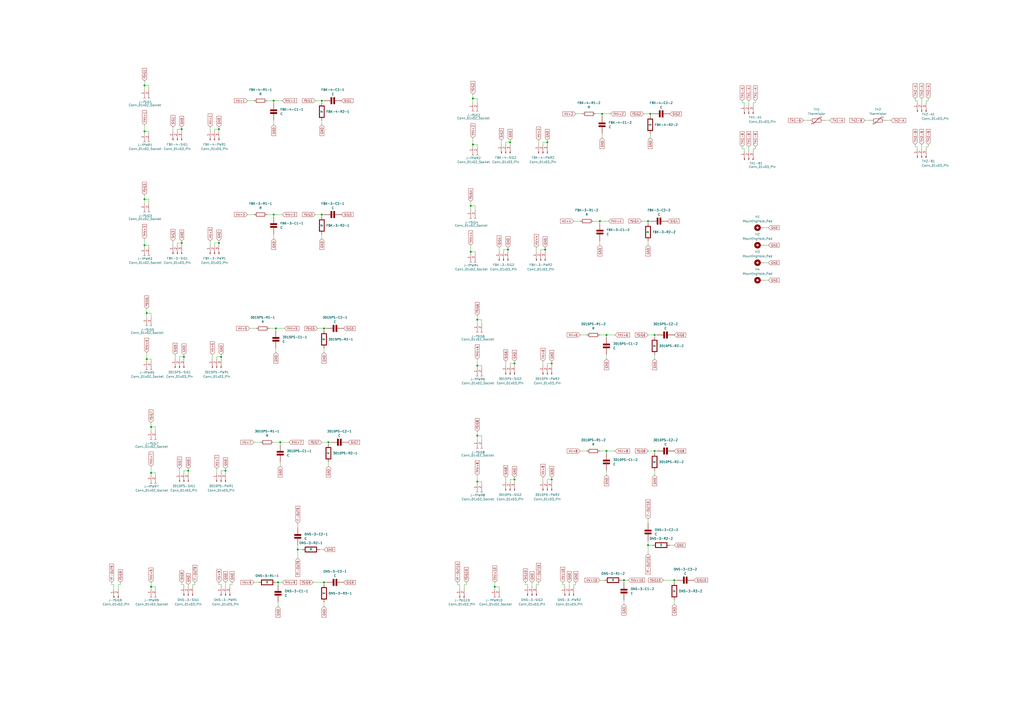
<source format=kicad_sch>
(kicad_sch (version 20250114) (generator "eeschema") (generator_version "9.0")
  (paper "A2")
  (lib_symbols
    (symbol "Connector:Conn_01x02_Pin" (pin_names (offset 1.016) (hide yes))
      (property "Reference" "J" (at 0 2.54 0))
      (property "Value" "Conn_01x02_Pin" (at 0 -5.08 0))
      (symbol "Conn_01x02_Pin_1_1"
        (pin passive line (at 5.08 0 180) (length 3.81) (name "Pin_1") (number "1"))
        (pin passive line (at 5.08 -2.54 180) (length 3.81) (name "Pin_2") (number "2"))
      )
    )
    (symbol "Connector:Conn_01x02_Socket" (pin_names (offset 1.016) (hide yes))
      (property "Reference" "J" (at 0 2.54 0))
      (property "Value" "Conn_01x02_Socket" (at 0 -5.08 0))
      (symbol "Conn_01x02_Socket_1_1"
        (pin passive line (at -5.08 0 0) (length 3.81) (name "Pin_1") (number "1"))
        (pin passive line (at -5.08 -2.54 0) (length 3.81) (name "Pin_2") (number "2"))
      )
    )
    (symbol "Connector:Conn_01x03_Pin" (pin_names (offset 1.016) (hide yes))
      (property "Reference" "J" (at 0 5.08 0))
      (property "Value" "Conn_01x03_Pin" (at 0 -5.08 0))
      (symbol "Conn_01x03_Pin_1_1"
        (pin passive line (at 5.08 2.54 180) (length 3.81) (name "Pin_1") (number "1"))
        (pin passive line (at 5.08 0 180) (length 3.81) (name "Pin_2") (number "2"))
        (pin passive line (at 5.08 -2.54 180) (length 3.81) (name "Pin_3") (number "3"))
      )
    )
    (symbol "Device:R" (pin_numbers (hide yes)) (pin_names (offset 0))
      (property "Reference" "R" (at 2.032 0 90))
      (property "Value" "R" (at 0 0 90))
      (symbol "R_1_1"
        (pin passive line (at 0 3.81 270) (length 1.27) (name "~") (number "1"))
        (pin passive line (at 0 -3.81 90) (length 1.27) (name "~") (number "2"))
      )
    )
    (symbol "Device:Thermistor" (pin_numbers (hide yes)) (pin_names (offset 0))
      (property "Reference" "TH" (at 2.54 1.27 90))
      (property "Value" "Thermistor" (at -2.54 0 90))
      (symbol "Thermistor_1_1"
        (pin passive line (at 0 5.08 270) (length 2.54) (name "~") (number "1"))
        (pin passive line (at 0 -5.08 90) (length 2.54) (name "~") (number "2"))
      )
    )
    (symbol "Mechanical:MountingHole_Pad" (pin_numbers (hide yes)) (pin_names (offset 1.016) (hide yes)) (in_bom no)
      (property "Reference" "H" (at 0 6.35 0))
      (property "Value" "MountingHole_Pad" (at 0 4.445 0))
      (symbol "MountingHole_Pad_1_1"
        (pin input line (at 0 -2.54 90) (length 2.54) (name "1") (number "1"))
      )
    )
    (symbol "PCM_Elektuur:C" (pin_numbers (hide yes)) (pin_names (offset 0) (hide yes))
      (property "Reference" "C" (at 0.635 3.175 0))
      (property "Value" "C" (at 0.635 -3.175 0))
      (symbol "C_1_1"
        (pin passive line (at 0 5.08 270) (length 3.8862) (name "+") (number "1"))
        (pin passive line (at 0 -5.08 90) (length 3.8862) (name "-") (number "2"))
      )
      (symbol "C_1_2"
        (pin passive line (at 0 5.08 270) (length 3.5814) (name "+") (number "1"))
        (pin passive line (at 0 -5.08 90) (length 3.5814) (name "-") (number "2"))
      )
    )
    (symbol "PCM_Elektuur:R" (pin_numbers (hide yes)) (pin_names (offset 0) (hide yes))
      (property "Reference" "R" (at 2.54 3.175 0))
      (property "Value" "R" (at 0 0 90))
      (symbol "R_1_1"
        (pin passive line (at 0 5.08 270) (length 1.651) (name "+") (number "1"))
        (pin passive line (at 0 -5.08 90) (length 1.651) (name "-") (number "2"))
      )
      (symbol "R_1_2"
        (pin passive line (at 0 5.08 270) (length 1.651) (name "+") (number "1"))
        (pin passive line (at 0 -5.08 90) (length 1.651) (name "-") (number "2"))
      )
      (symbol "R_1_3"
        (pin passive line (at 0 5.08 270) (length 1.6002) (name "+") (number "1"))
        (pin passive line (at 0 -5.08 90) (length 1.6002) (name "-") (number "2"))
      )
      (symbol "R_1_4"
        (pin passive line (at 0 5.08 270) (length 0.5334) (name "+") (number "1"))
        (pin passive line (at 0 -5.08 90) (length 0.5334) (name "-") (number "2"))
      )
    )
  )
  (junction (at 161.29 337.82))
  (junction (at 276.86 212.09))
  (junction (at 83.82 49.53))
  (junction (at 158.75 58.42))
  (junction (at 298.45 278.13))
  (junction (at 316.23 144.78))
  (junction (at 187.96 190.5))
  (junction (at 85.09 181.61))
  (junction (at 274.32 83.82))
  (junction (at 172.72 318.77))
  (junction (at 351.79 194.31))
  (junction (at 317.5 82.55))
  (junction (at 87.63 247.65))
  (junction (at 83.82 115.57))
  (junction (at 105.41 140.97))
  (junction (at 190.5 256.54))
  (junction (at 87.63 274.32))
  (junction (at 294.64 144.78))
  (junction (at 276.86 279.4))
  (junction (at 375.92 128.27))
  (junction (at 375.92 316.23))
  (junction (at 106.68 207.01))
  (junction (at 379.73 194.31))
  (junction (at 160.02 190.5))
  (junction (at 276.86 185.42))
  (junction (at 130.81 273.05))
  (junction (at 83.82 142.24))
  (junction (at 83.82 76.2))
  (junction (at 158.75 124.46))
  (junction (at 127 74.93))
  (junction (at 127 140.97))
  (junction (at 320.04 278.13))
  (junction (at 109.22 273.05))
  (junction (at 361.95 336.55))
  (junction (at 351.79 261.62))
  (junction (at 391.16 336.55))
  (junction (at 287.02 340.36))
  (junction (at 186.69 124.46))
  (junction (at 320.04 210.82))
  (junction (at 128.27 207.01))
  (junction (at 187.96 337.82))
  (junction (at 298.45 210.82))
  (junction (at 105.41 74.93))
  (junction (at 349.25 66.04))
  (junction (at 347.98 128.27))
  (junction (at 274.32 57.15))
  (junction (at 87.63 340.36))
  (junction (at 377.19 66.04))
  (junction (at 273.05 146.05))
  (junction (at 186.69 58.42))
  (junction (at 295.91 82.55))
  (junction (at 273.05 119.38))
  (junction (at 85.09 208.28))
  (junction (at 379.73 261.62))
  (junction (at 276.86 252.73))
  (junction (at 162.56 256.54))
  (wire (pts (xy 127 139.7) (xy 127 140.97)))
  (wire (pts (xy 273.05 121.92) (xy 273.05 119.38)))
  (wire (pts (xy 160.02 190.5) (xy 165.1 190.5)))
  (wire (pts (xy 537.21 86.36) (xy 537.21 85.09)))
  (wire (pts (xy 436.88 87.63) (xy 436.88 86.36)))
  (wire (pts (xy 314.96 276.86) (xy 314.96 279.4)))
  (wire (pts (xy 293.37 276.86) (xy 293.37 279.4)))
  (wire (pts (xy 294.64 144.78) (xy 294.64 146.05)))
  (wire (pts (xy 375.92 316.23) (xy 375.92 321.31)))
  (wire (pts (xy 102.87 140.97) (xy 105.41 140.97)))
  (wire (pts (xy 430.53 86.36) (xy 431.8 86.36)))
  (wire (pts (xy 125.73 207.01) (xy 128.27 207.01)))
  (wire (pts (xy 295.91 278.13) (xy 298.45 278.13)))
  (wire (pts (xy 293.37 82.55) (xy 295.91 82.55)))
  (wire (pts (xy 186.69 124.46) (xy 187.96 124.46)))
  (wire (pts (xy 187.96 201.93) (xy 187.96 204.47)))
  (wire (pts (xy 83.82 52.07) (xy 83.82 49.53)))
  (wire (pts (xy 275.59 147.32) (xy 275.59 146.05)))
  (wire (pts (xy 388.62 316.23) (xy 391.16 316.23)))
  (wire (pts (xy 375.92 139.7) (xy 375.92 142.24)))
  (wire (pts (xy 391.16 336.55) (xy 391.16 337.82)))
  (wire (pts (xy 347.98 336.55) (xy 350.52 336.55)))
  (wire (pts (xy 172.72 316.23) (xy 172.72 318.77)))
  (wire (pts (xy 379.73 194.31) (xy 381 194.31)))
  (wire (pts (xy 279.4 279.4) (xy 276.86 279.4)))
  (wire (pts (xy 134.62 339.09) (xy 133.35 339.09)))
  (wire (pts (xy 90.17 341.63) (xy 90.17 340.36)))
  (wire (pts (xy 532.13 85.09) (xy 532.13 86.36)))
  (wire (pts (xy 295.91 279.4) (xy 295.91 278.13)))
  (wire (pts (xy 316.23 144.78) (xy 316.23 146.05)))
  (wire (pts (xy 293.37 83.82) (xy 293.37 82.55)))
  (wire (pts (xy 534.67 57.15) (xy 534.67 59.69)))
  (wire (pts (xy 274.32 59.69) (xy 274.32 57.15)))
  (wire (pts (xy 87.63 274.32) (xy 87.63 275.59)))
  (wire (pts (xy 312.42 337.82) (xy 312.42 339.09)))
  (wire (pts (xy 532.13 58.42) (xy 532.13 59.69)))
  (wire (pts (xy 101.6 205.74) (xy 101.6 208.28)))
  (wire (pts (xy 298.45 278.13) (xy 298.45 279.4)))
  (wire (pts (xy 105.41 339.09) (xy 106.68 339.09)))
  (wire (pts (xy 86.36 118.11) (xy 86.36 115.57)))
  (wire (pts (xy 83.82 72.39) (xy 83.82 76.2)))
  (wire (pts (xy 375.92 261.62) (xy 379.73 261.62)))
  (wire (pts (xy 375.92 194.31) (xy 379.73 194.31)))
  (wire (pts (xy 379.73 205.74) (xy 379.73 208.28)))
  (wire (pts (xy 372.11 128.27) (xy 375.92 128.27)))
  (wire (pts (xy 304.8 337.82) (xy 304.8 339.09)))
  (wire (pts (xy 313.69 146.05) (xy 313.69 144.78)))
  (wire (pts (xy 83.82 138.43) (xy 83.82 142.24)))
  (wire (pts (xy 100.33 73.66) (xy 100.33 76.2)))
  (wire (pts (xy 144.78 190.5) (xy 148.59 190.5)))
  (wire (pts (xy 187.96 190.5) (xy 189.23 190.5)))
  (wire (pts (xy 279.4 212.09) (xy 276.86 212.09)))
  (wire (pts (xy 292.1 144.78) (xy 294.64 144.78)))
  (wire (pts (xy 68.58 339.09) (xy 68.58 341.63)))
  (wire (pts (xy 106.68 273.05) (xy 109.22 273.05)))
  (wire (pts (xy 375.92 128.27) (xy 375.92 129.54)))
  (wire (pts (xy 102.87 142.24) (xy 102.87 140.97)))
  (wire (pts (xy 270.51 339.09) (xy 269.24 339.09)))
  (wire (pts (xy 158.75 69.85) (xy 158.75 72.39)))
  (wire (pts (xy 314.96 209.55) (xy 314.96 212.09)))
  (wire (pts (xy 436.88 59.69) (xy 438.15 59.69)))
  (wire (pts (xy 102.87 76.2) (xy 102.87 74.93)))
  (wire (pts (xy 289.56 143.51) (xy 289.56 146.05)))
  (wire (pts (xy 273.05 119.38) (xy 273.05 116.84)))
  (wire (pts (xy 295.91 82.55) (xy 295.91 83.82)))
  (wire (pts (xy 86.36 76.2) (xy 83.82 76.2)))
  (wire (pts (xy 391.16 347.98) (xy 391.16 350.52)))
  (wire (pts (xy 69.85 339.09) (xy 69.85 337.82)))
  (wire (pts (xy 330.2 337.82) (xy 330.2 340.36)))
  (wire (pts (xy 147.32 337.82) (xy 149.86 337.82)))
  (wire (pts (xy 379.73 261.62) (xy 381 261.62)))
  (wire (pts (xy 158.75 58.42) (xy 163.83 58.42)))
  (wire (pts (xy 311.15 339.09) (xy 311.15 340.36)))
  (wire (pts (xy 478.79 69.85) (xy 481.33 69.85)))
  (wire (pts (xy 279.4 280.67) (xy 279.4 279.4)))
  (wire (pts (xy 158.75 135.89) (xy 158.75 138.43)))
  (wire (pts (xy 158.75 124.46) (xy 163.83 124.46)))
  (wire (pts (xy 391.16 336.55) (xy 392.43 336.55)))
  (wire (pts (xy 443.23 152.4) (xy 445.77 152.4)))
  (wire (pts (xy 83.82 142.24) (xy 83.82 143.51)))
  (wire (pts (xy 87.63 337.82) (xy 87.63 340.36)))
  (wire (pts (xy 134.62 337.82) (xy 134.62 339.09)))
  (wire (pts (xy 172.72 318.77) (xy 172.72 323.85)))
  (wire (pts (xy 158.75 58.42) (xy 158.75 59.69)))
  (wire (pts (xy 130.81 337.82) (xy 130.81 340.36)))
  (wire (pts (xy 130.81 271.78) (xy 130.81 273.05)))
  (wire (pts (xy 275.59 119.38) (xy 273.05 119.38)))
  (wire (pts (xy 87.63 184.15) (xy 87.63 181.61)))
  (wire (pts (xy 100.33 139.7) (xy 100.33 142.24)))
  (wire (pts (xy 154.94 58.42) (xy 158.75 58.42)))
  (wire (pts (xy 320.04 209.55) (xy 320.04 210.82)))
  (wire (pts (xy 105.41 73.66) (xy 105.41 74.93)))
  (wire (pts (xy 127 74.93) (xy 127 76.2)))
  (wire (pts (xy 317.5 279.4) (xy 317.5 278.13)))
  (wire (pts (xy 317.5 210.82) (xy 320.04 210.82)))
  (wire (pts (xy 276.86 57.15) (xy 274.32 57.15)))
  (wire (pts (xy 83.82 115.57) (xy 83.82 113.03)))
  (wire (pts (xy 128.27 274.32) (xy 128.27 273.05)))
  (wire (pts (xy 111.76 339.09) (xy 111.76 340.36)))
  (wire (pts (xy 276.86 212.09) (xy 276.86 213.36)))
  (wire (pts (xy 443.23 132.08) (xy 445.77 132.08)))
  (wire (pts (xy 127 339.09) (xy 128.27 339.09)))
  (wire (pts (xy 104.14 208.28) (xy 104.14 207.01)))
  (wire (pts (xy 154.94 124.46) (xy 158.75 124.46)))
  (wire (pts (xy 312.42 339.09) (xy 311.15 339.09)))
  (wire (pts (xy 162.56 256.54) (xy 167.64 256.54)))
  (wire (pts (xy 106.68 207.01) (xy 106.68 208.28)))
  (wire (pts (xy 537.21 58.42) (xy 538.48 58.42)))
  (wire (pts (xy 90.17 340.36) (xy 87.63 340.36)))
  (wire (pts (xy 274.32 80.01) (xy 274.32 83.82)))
  (wire (pts (xy 344.17 128.27) (xy 347.98 128.27)))
  (wire (pts (xy 124.46 140.97) (xy 127 140.97)))
  (wire (pts (xy 127 73.66) (xy 127 74.93)))
  (wire (pts (xy 443.23 142.24) (xy 445.77 142.24)))
  (wire (pts (xy 109.22 339.09) (xy 109.22 340.36)))
  (wire (pts (xy 361.95 336.55) (xy 364.49 336.55)))
  (wire (pts (xy 147.32 256.54) (xy 151.13 256.54)))
  (wire (pts (xy 320.04 210.82) (xy 320.04 212.09)))
  (wire (pts (xy 156.21 190.5) (xy 160.02 190.5)))
  (wire (pts (xy 87.63 340.36) (xy 87.63 341.63)))
  (wire (pts (xy 347.98 128.27) (xy 347.98 129.54)))
  (wire (pts (xy 269.24 339.09) (xy 269.24 341.63)))
  (wire (pts (xy 133.35 339.09) (xy 133.35 340.36)))
  (wire (pts (xy 186.69 58.42) (xy 187.96 58.42)))
  (wire (pts (xy 347.98 128.27) (xy 353.06 128.27)))
  (wire (pts (xy 314.96 83.82) (xy 314.96 82.55)))
  (wire (pts (xy 160.02 337.82) (xy 161.29 337.82)))
  (wire (pts (xy 123.19 205.74) (xy 123.19 208.28)))
  (wire (pts (xy 162.56 267.97) (xy 162.56 270.51)))
  (wire (pts (xy 186.69 69.85) (xy 186.69 72.39)))
  (wire (pts (xy 124.46 142.24) (xy 124.46 140.97)))
  (wire (pts (xy 304.8 339.09) (xy 306.07 339.09)))
  (wire (pts (xy 290.83 81.28) (xy 290.83 83.82)))
  (wire (pts (xy 298.45 276.86) (xy 298.45 278.13)))
  (wire (pts (xy 430.53 58.42) (xy 430.53 59.69)))
  (wire (pts (xy 351.79 194.31) (xy 351.79 195.58)))
  (wire (pts (xy 436.88 60.96) (xy 436.88 59.69)))
  (wire (pts (xy 127 140.97) (xy 127 142.24)))
  (wire (pts (xy 105.41 337.82) (xy 105.41 339.09)))
  (wire (pts (xy 534.67 83.82) (xy 534.67 86.36)))
  (wire (pts (xy 276.86 255.27) (xy 276.86 252.73)))
  (wire (pts (xy 431.8 59.69) (xy 431.8 60.96)))
  (wire (pts (xy 377.19 66.04) (xy 377.19 67.31)))
  (wire (pts (xy 87.63 247.65) (xy 87.63 245.11)))
  (wire (pts (xy 87.63 181.61) (xy 85.09 181.61)))
  (wire (pts (xy 125.73 208.28) (xy 125.73 207.01)))
  (wire (pts (xy 266.7 339.09) (xy 266.7 341.63)))
  (wire (pts (xy 537.21 59.69) (xy 537.21 58.42)))
  (wire (pts (xy 326.39 339.09) (xy 327.66 339.09)))
  (wire (pts (xy 313.69 144.78) (xy 316.23 144.78)))
  (wire (pts (xy 384.81 336.55) (xy 391.16 336.55)))
  (wire (pts (xy 501.65 69.85) (xy 504.19 69.85)))
  (wire (pts (xy 109.22 273.05) (xy 109.22 274.32)))
  (wire (pts (xy 377.19 66.04) (xy 378.46 66.04)))
  (wire (pts (xy 102.87 74.93) (xy 105.41 74.93)))
  (wire (pts (xy 349.25 66.04) (xy 354.33 66.04)))
  (wire (pts (xy 379.73 261.62) (xy 379.73 262.89)))
  (wire (pts (xy 361.95 336.55) (xy 361.95 337.82)))
  (wire (pts (xy 182.88 58.42) (xy 186.69 58.42)))
  (wire (pts (xy 64.77 337.82) (xy 64.77 339.09)))
  (wire (pts (xy 85.09 208.28) (xy 85.09 209.55)))
  (wire (pts (xy 334.01 339.09) (xy 332.74 339.09)))
  (wire (pts (xy 187.96 349.25) (xy 187.96 351.79)))
  (wire (pts (xy 172.72 318.77) (xy 175.26 318.77)))
  (wire (pts (xy 377.19 77.47) (xy 377.19 80.01)))
  (wire (pts (xy 87.63 250.19) (xy 87.63 247.65)))
  (wire (pts (xy 187.96 337.82) (xy 189.23 337.82)))
  (wire (pts (xy 105.41 140.97) (xy 105.41 142.24)))
  (wire (pts (xy 311.15 143.51) (xy 311.15 146.05)))
  (wire (pts (xy 85.09 204.47) (xy 85.09 208.28)))
  (wire (pts (xy 106.68 205.74) (xy 106.68 207.01)))
  (wire (pts (xy 90.17 275.59) (xy 90.17 274.32)))
  (wire (pts (xy 320.04 276.86) (xy 320.04 278.13)))
  (wire (pts (xy 351.79 194.31) (xy 356.87 194.31)))
  (wire (pts (xy 83.82 118.11) (xy 83.82 115.57)))
  (wire (pts (xy 430.53 59.69) (xy 431.8 59.69)))
  (wire (pts (xy 276.86 185.42) (xy 276.86 182.88)))
  (wire (pts (xy 83.82 76.2) (xy 83.82 77.47)))
  (wire (pts (xy 186.69 58.42) (xy 186.69 59.69)))
  (wire (pts (xy 87.63 209.55) (xy 87.63 208.28)))
  (wire (pts (xy 85.09 181.61) (xy 85.09 179.07)))
  (wire (pts (xy 86.36 52.07) (xy 86.36 49.53)))
  (wire (pts (xy 292.1 146.05) (xy 292.1 144.78)))
  (wire (pts (xy 187.96 337.82) (xy 187.96 339.09)))
  (wire (pts (xy 128.27 207.01) (xy 128.27 208.28)))
  (wire (pts (xy 347.98 194.31) (xy 351.79 194.31)))
  (wire (pts (xy 160.02 190.5) (xy 160.02 191.77)))
  (wire (pts (xy 265.43 339.09) (xy 266.7 339.09)))
  (wire (pts (xy 287.02 340.36) (xy 287.02 341.63)))
  (wire (pts (xy 295.91 81.28) (xy 295.91 82.55)))
  (wire (pts (xy 66.04 339.09) (xy 66.04 341.63)))
  (wire (pts (xy 334.01 337.82) (xy 334.01 339.09)))
  (wire (pts (xy 124.46 76.2) (xy 124.46 74.93)))
  (wire (pts (xy 349.25 66.04) (xy 349.25 67.31)))
  (wire (pts (xy 327.66 339.09) (xy 327.66 340.36)))
  (wire (pts (xy 186.69 135.89) (xy 186.69 138.43)))
  (wire (pts (xy 276.86 252.73) (xy 276.86 250.19)))
  (wire (pts (xy 182.88 124.46) (xy 186.69 124.46)))
  (wire (pts (xy 514.35 69.85) (xy 516.89 69.85)))
  (wire (pts (xy 86.36 143.51) (xy 86.36 142.24)))
  (wire (pts (xy 190.5 267.97) (xy 190.5 270.51)))
  (wire (pts (xy 121.92 73.66) (xy 121.92 76.2)))
  (wire (pts (xy 298.45 209.55) (xy 298.45 210.82)))
  (wire (pts (xy 273.05 142.24) (xy 273.05 146.05)))
  (wire (pts (xy 143.51 58.42) (xy 147.32 58.42)))
  (wire (pts (xy 317.5 278.13) (xy 320.04 278.13)))
  (wire (pts (xy 276.86 85.09) (xy 276.86 83.82)))
  (wire (pts (xy 184.15 190.5) (xy 187.96 190.5)))
  (wire (pts (xy 186.69 124.46) (xy 186.69 125.73)))
  (wire (pts (xy 279.4 213.36) (xy 279.4 212.09)))
  (wire (pts (xy 276.86 59.69) (xy 276.86 57.15)))
  (wire (pts (xy 86.36 115.57) (xy 83.82 115.57)))
  (wire (pts (xy 276.86 83.82) (xy 274.32 83.82)))
  (wire (pts (xy 106.68 339.09) (xy 106.68 340.36)))
  (wire (pts (xy 306.07 339.09) (xy 306.07 340.36)))
  (wire (pts (xy 86.36 77.47) (xy 86.36 76.2)))
  (wire (pts (xy 530.86 57.15) (xy 530.86 58.42)))
  (wire (pts (xy 161.29 337.82) (xy 161.29 339.09)))
  (wire (pts (xy 85.09 184.15) (xy 85.09 181.61)))
  (wire (pts (xy 276.86 275.59) (xy 276.86 279.4)))
  (wire (pts (xy 162.56 256.54) (xy 162.56 257.81)))
  (wire (pts (xy 361.95 347.98) (xy 361.95 350.52)))
  (wire (pts (xy 86.36 49.53) (xy 83.82 49.53)))
  (wire (pts (xy 274.32 83.82) (xy 274.32 85.09)))
  (wire (pts (xy 530.86 85.09) (xy 532.13 85.09)))
  (wire (pts (xy 375.92 313.69) (xy 375.92 316.23)))
  (wire (pts (xy 109.22 271.78) (xy 109.22 273.05)))
  (wire (pts (xy 265.43 337.82) (xy 265.43 339.09)))
  (wire (pts (xy 121.92 139.7) (xy 121.92 142.24)))
  (wire (pts (xy 443.23 162.56) (xy 445.77 162.56)))
  (wire (pts (xy 128.27 339.09) (xy 128.27 340.36)))
  (wire (pts (xy 347.98 139.7) (xy 347.98 142.24)))
  (wire (pts (xy 90.17 250.19) (xy 90.17 247.65)))
  (wire (pts (xy 317.5 82.55) (xy 317.5 83.82)))
  (wire (pts (xy 276.86 279.4) (xy 276.86 280.67)))
  (wire (pts (xy 298.45 210.82) (xy 298.45 212.09)))
  (wire (pts (xy 181.61 337.82) (xy 187.96 337.82)))
  (wire (pts (xy 275.59 121.92) (xy 275.59 119.38)))
  (wire (pts (xy 273.05 146.05) (xy 273.05 147.32)))
  (wire (pts (xy 279.4 252.73) (xy 276.86 252.73)))
  (wire (pts (xy 538.48 58.42) (xy 538.48 57.15)))
  (wire (pts (xy 287.02 337.82) (xy 287.02 340.36)))
  (wire (pts (xy 375.92 128.27) (xy 377.19 128.27)))
  (wire (pts (xy 279.4 185.42) (xy 276.86 185.42)))
  (wire (pts (xy 106.68 274.32) (xy 106.68 273.05)))
  (wire (pts (xy 379.73 194.31) (xy 379.73 195.58)))
  (wire (pts (xy 128.27 273.05) (xy 130.81 273.05)))
  (wire (pts (xy 113.03 339.09) (xy 111.76 339.09)))
  (wire (pts (xy 430.53 85.09) (xy 430.53 86.36)))
  (wire (pts (xy 90.17 274.32) (xy 87.63 274.32)))
  (wire (pts (xy 294.64 143.51) (xy 294.64 144.78)))
  (wire (pts (xy 90.17 247.65) (xy 87.63 247.65)))
  (wire (pts (xy 332.74 339.09) (xy 332.74 340.36)))
  (wire (pts (xy 130.81 273.05) (xy 130.81 274.32)))
  (wire (pts (xy 185.42 318.77) (xy 187.96 318.77)))
  (wire (pts (xy 334.01 66.04) (xy 337.82 66.04)))
  (wire (pts (xy 349.25 77.47) (xy 349.25 80.01)))
  (wire (pts (xy 438.15 86.36) (xy 438.15 85.09)))
  (wire (pts (xy 158.75 124.46) (xy 158.75 125.73)))
  (wire (pts (xy 279.4 255.27) (xy 279.4 252.73)))
  (wire (pts (xy 317.5 81.28) (xy 317.5 82.55)))
  (wire (pts (xy 87.63 270.51) (xy 87.63 274.32)))
  (wire (pts (xy 312.42 81.28) (xy 312.42 83.82)))
  (wire (pts (xy 431.8 86.36) (xy 431.8 87.63)))
  (wire (pts (xy 434.34 58.42) (xy 434.34 60.96)))
  (wire (pts (xy 373.38 66.04) (xy 377.19 66.04)))
  (wire (pts (xy 293.37 209.55) (xy 293.37 212.09)))
  (wire (pts (xy 125.73 271.78) (xy 125.73 274.32)))
  (wire (pts (xy 326.39 337.82) (xy 326.39 339.09)))
  (wire (pts (xy 351.79 261.62) (xy 356.87 261.62)))
  (wire (pts (xy 345.44 66.04) (xy 349.25 66.04)))
  (wire (pts (xy 274.32 57.15) (xy 274.32 54.61)))
  (wire (pts (xy 379.73 273.05) (xy 379.73 275.59)))
  (wire (pts (xy 105.41 74.93) (xy 105.41 76.2)))
  (wire (pts (xy 308.61 337.82) (xy 308.61 340.36)))
  (wire (pts (xy 113.03 337.82) (xy 113.03 339.09)))
  (wire (pts (xy 270.51 339.09) (xy 270.51 337.82)))
  (wire (pts (xy 360.68 336.55) (xy 361.95 336.55)))
  (wire (pts (xy 83.82 49.53) (xy 83.82 46.99)))
  (wire (pts (xy 336.55 194.31) (xy 340.36 194.31)))
  (wire (pts (xy 279.4 187.96) (xy 279.4 185.42)))
  (wire (pts (xy 161.29 349.25) (xy 161.29 351.79)))
  (wire (pts (xy 190.5 256.54) (xy 190.5 257.81)))
  (wire (pts (xy 124.46 74.93) (xy 127 74.93)))
  (wire (pts (xy 538.48 85.09) (xy 538.48 83.82)))
  (wire (pts (xy 276.86 208.28) (xy 276.86 212.09)))
  (wire (pts (xy 316.23 143.51) (xy 316.23 144.78)))
  (wire (pts (xy 105.41 139.7) (xy 105.41 140.97)))
  (wire (pts (xy 160.02 201.93) (xy 160.02 204.47)))
  (wire (pts (xy 69.85 339.09) (xy 68.58 339.09)))
  (wire (pts (xy 161.29 337.82) (xy 163.83 337.82)))
  (wire (pts (xy 128.27 205.74) (xy 128.27 207.01)))
  (wire (pts (xy 537.21 85.09) (xy 538.48 85.09)))
  (wire (pts (xy 275.59 146.05) (xy 273.05 146.05)))
  (wire (pts (xy 127 337.82) (xy 127 339.09)))
  (wire (pts (xy 158.75 256.54) (xy 162.56 256.54)))
  (wire (pts (xy 186.69 256.54) (xy 190.5 256.54)))
  (wire (pts (xy 64.77 339.09) (xy 66.04 339.09)))
  (wire (pts (xy 351.79 205.74) (xy 351.79 208.28)))
  (wire (pts (xy 351.79 273.05) (xy 351.79 275.59)))
  (wire (pts (xy 104.14 207.01) (xy 106.68 207.01)))
  (wire (pts (xy 86.36 142.24) (xy 83.82 142.24)))
  (wire (pts (xy 143.51 124.46) (xy 147.32 124.46)))
  (wire (pts (xy 375.92 300.99) (xy 375.92 303.53)))
  (wire (pts (xy 289.56 341.63) (xy 289.56 340.36)))
  (wire (pts (xy 187.96 190.5) (xy 187.96 191.77)))
  (wire (pts (xy 436.88 86.36) (xy 438.15 86.36)))
  (wire (pts (xy 190.5 256.54) (xy 191.77 256.54)))
  (wire (pts (xy 375.92 316.23) (xy 378.46 316.23)))
  (wire (pts (xy 317.5 212.09) (xy 317.5 210.82)))
  (wire (pts (xy 172.72 303.53) (xy 172.72 306.07)))
  (wire (pts (xy 276.86 187.96) (xy 276.86 185.42)))
  (wire (pts (xy 104.14 271.78) (xy 104.14 274.32)))
  (wire (pts (xy 87.63 208.28) (xy 85.09 208.28)))
  (wire (pts (xy 332.74 128.27) (xy 336.55 128.27)))
  (wire (pts (xy 438.15 59.69) (xy 438.15 58.42)))
  (wire (pts (xy 295.91 210.82) (xy 298.45 210.82)))
  (wire (pts (xy 320.04 278.13) (xy 320.04 279.4)))
  (wire (pts (xy 530.86 58.42) (xy 532.13 58.42)))
  (wire (pts (xy 351.79 261.62) (xy 351.79 262.89)))
  (wire (pts (xy 289.56 340.36) (xy 287.02 340.36)))
  (wire (pts (xy 530.86 83.82) (xy 530.86 85.09)))
  (wire (pts (xy 466.09 69.85) (xy 468.63 69.85)))
  (wire (pts (xy 295.91 212.09) (xy 295.91 210.82)))
  (wire (pts (xy 336.55 261.62) (xy 340.36 261.62)))
  (wire (pts (xy 347.98 261.62) (xy 351.79 261.62)))
  (wire (pts (xy 434.34 85.09) (xy 434.34 87.63)))
  (wire (pts (xy 314.96 82.55) (xy 317.5 82.55)))
  (global_label "HV+6" (shape input) (at 336.55 194.31 180) (property "Intersheetrefs" "${INTERSHEET_REFS}" (effects (hide yes))))
  (global_label "TH2-B" (shape input) (at 538.48 83.82 90) (property "Intersheetrefs" "${INTERSHEET_REFS}" (effects (hide yes))))
  (global_label "fSIG3" (shape input) (at 83.82 113.03 90) (property "Intersheetrefs" "${INTERSHEET_REFS}" (effects (hide yes))))
  (global_label "fSIG7" (shape input) (at 87.63 245.11 90) (property "Intersheetrefs" "${INTERSHEET_REFS}" (effects (hide yes))))
  (global_label "HV+3" (shape input) (at 121.92 139.7 90) (property "Intersheetrefs" "${INTERSHEET_REFS}" (effects (hide yes))))
  (global_label "fHV+9" (shape input) (at 163.83 337.82 0) (property "Intersheetrefs" "${INTERSHEET_REFS}" (effects (hide yes))))
  (global_label "fHV+10" (shape input) (at 287.02 337.82 90) (property "Intersheetrefs" "${INTERSHEET_REFS}" (effects (hide yes))))
  (global_label "fSIG2" (shape input) (at 373.38 66.04 180) (property "Intersheetrefs" "${INTERSHEET_REFS}" (effects (hide yes))))
  (global_label "TH1-A" (shape input) (at 434.34 58.42 90) (property "Intersheetrefs" "${INTERSHEET_REFS}" (effects (hide yes))))
  (global_label "HV+2" (shape input) (at 312.42 81.28 90) (property "Intersheetrefs" "${INTERSHEET_REFS}" (effects (hide yes))))
  (global_label "fHV+10" (shape input) (at 364.49 336.55 0) (property "Intersheetrefs" "${INTERSHEET_REFS}" (effects (hide yes))))
  (global_label "HV+4" (shape input) (at 332.74 128.27 180) (property "Intersheetrefs" "${INTERSHEET_REFS}" (effects (hide yes))))
  (global_label "TH1-B" (shape input) (at 430.53 85.09 90) (property "Intersheetrefs" "${INTERSHEET_REFS}" (effects (hide yes))))
  (global_label "GND" (shape input) (at 445.77 162.56 0) (property "Intersheetrefs" "${INTERSHEET_REFS}" (effects (hide yes))))
  (global_label "HV+6" (shape input) (at 314.96 209.55 90) (property "Intersheetrefs" "${INTERSHEET_REFS}" (effects (hide yes))))
  (global_label "fSIG8" (shape input) (at 276.86 250.19 90) (property "Intersheetrefs" "${INTERSHEET_REFS}" (effects (hide yes))))
  (global_label "HV+5" (shape input) (at 144.78 190.5 180) (property "Intersheetrefs" "${INTERSHEET_REFS}" (effects (hide yes))))
  (global_label "fHV+9" (shape input) (at 87.63 337.82 90) (property "Intersheetrefs" "${INTERSHEET_REFS}" (effects (hide yes))))
  (global_label "TH2-A" (shape input) (at 516.89 69.85 0) (property "Intersheetrefs" "${INTERSHEET_REFS}" (effects (hide yes))))
  (global_label "SIG8" (shape input) (at 293.37 276.86 90) (property "Intersheetrefs" "${INTERSHEET_REFS}" (effects (hide yes))))
  (global_label "HV+2" (shape input) (at 334.01 66.04 180) (property "Intersheetrefs" "${INTERSHEET_REFS}" (effects (hide yes))))
  (global_label "F-OUT9" (shape input) (at 113.03 337.82 90) (property "Intersheetrefs" "${INTERSHEET_REFS}" (effects (hide yes))))
  (global_label "fHV+1" (shape input) (at 83.82 72.39 90) (property "Intersheetrefs" "${INTERSHEET_REFS}" (effects (hide yes))))
  (global_label "GND" (shape input) (at 109.22 339.09 90) (property "Intersheetrefs" "${INTERSHEET_REFS}" (effects (hide yes))))
  (global_label "F-OUT9" (shape input) (at 172.72 303.53 90) (property "Intersheetrefs" "${INTERSHEET_REFS}" (effects (hide yes))))
  (global_label "GND" (shape input) (at 130.81 337.82 90) (property "Intersheetrefs" "${INTERSHEET_REFS}" (effects (hide yes))))
  (global_label "SIG7" (shape input) (at 201.93 256.54 0) (property "Intersheetrefs" "${INTERSHEET_REFS}" (effects (hide yes))))
  (global_label "HV+8" (shape input) (at 314.96 276.86 90) (property "Intersheetrefs" "${INTERSHEET_REFS}" (effects (hide yes))))
  (global_label "GND" (shape input) (at 127 139.7 90) (property "Intersheetrefs" "${INTERSHEET_REFS}" (effects (hide yes))))
  (global_label "SIG6" (shape input) (at 293.37 209.55 90) (property "Intersheetrefs" "${INTERSHEET_REFS}" (effects (hide yes))))
  (global_label "fHV+7" (shape input) (at 87.63 270.51 90) (property "Intersheetrefs" "${INTERSHEET_REFS}" (effects (hide yes))))
  (global_label "GND" (shape input) (at 134.62 337.82 90) (property "Intersheetrefs" "${INTERSHEET_REFS}" (effects (hide yes))))
  (global_label "HV+5" (shape input) (at 123.19 205.74 90) (property "Intersheetrefs" "${INTERSHEET_REFS}" (effects (hide yes))))
  (global_label "GND" (shape input) (at 187.96 318.77 0) (property "Intersheetrefs" "${INTERSHEET_REFS}" (effects (hide yes))))
  (global_label "GND" (shape input) (at 445.77 152.4 0) (property "Intersheetrefs" "${INTERSHEET_REFS}" (effects (hide yes))))
  (global_label "fSIG2" (shape input) (at 274.32 54.61 90) (property "Intersheetrefs" "${INTERSHEET_REFS}" (effects (hide yes))))
  (global_label "SIG9" (shape input) (at 105.41 337.82 90) (property "Intersheetrefs" "${INTERSHEET_REFS}" (effects (hide yes))))
  (global_label "fSIG5" (shape input) (at 184.15 190.5 180) (property "Intersheetrefs" "${INTERSHEET_REFS}" (effects (hide yes))))
  (global_label "SIG3" (shape input) (at 198.12 124.46 0) (property "Intersheetrefs" "${INTERSHEET_REFS}" (effects (hide yes))))
  (global_label "fHV+4" (shape input) (at 273.05 142.24 90) (property "Intersheetrefs" "${INTERSHEET_REFS}" (effects (hide yes))))
  (global_label "GND" (shape input) (at 445.77 142.24 0) (property "Intersheetrefs" "${INTERSHEET_REFS}" (effects (hide yes))))
  (global_label "GND" (shape input) (at 445.77 132.08 0) (property "Intersheetrefs" "${INTERSHEET_REFS}" (effects (hide yes))))
  (global_label "SIG6" (shape input) (at 391.16 194.31 0) (property "Intersheetrefs" "${INTERSHEET_REFS}" (effects (hide yes))))
  (global_label "HV+9" (shape input) (at 147.32 337.82 180) (property "Intersheetrefs" "${INTERSHEET_REFS}" (effects (hide yes))))
  (global_label "SIG1" (shape input) (at 198.12 58.42 0) (property "Intersheetrefs" "${INTERSHEET_REFS}" (effects (hide yes))))
  (global_label "fF-OUT10" (shape input) (at 265.43 337.82 90) (property "Intersheetrefs" "${INTERSHEET_REFS}" (effects (hide yes))))
  (global_label "GND" (shape input) (at 106.68 205.74 90) (property "Intersheetrefs" "${INTERSHEET_REFS}" (effects (hide yes))))
  (global_label "GND" (shape input) (at 128.27 205.74 90) (property "Intersheetrefs" "${INTERSHEET_REFS}" (effects (hide yes))))
  (global_label "GND" (shape input) (at 316.23 143.51 90) (property "Intersheetrefs" "${INTERSHEET_REFS}" (effects (hide yes))))
  (global_label "GND" (shape input) (at 294.64 143.51 90) (property "Intersheetrefs" "${INTERSHEET_REFS}" (effects (hide yes))))
  (global_label "GND" (shape input) (at 320.04 209.55 90) (property "Intersheetrefs" "${INTERSHEET_REFS}" (effects (hide yes))))
  (global_label "GND" (shape input) (at 298.45 209.55 90) (property "Intersheetrefs" "${INTERSHEET_REFS}" (effects (hide yes))))
  (global_label "GND" (shape input) (at 109.22 271.78 90) (property "Intersheetrefs" "${INTERSHEET_REFS}" (effects (hide yes))))
  (global_label "GND" (shape input) (at 130.81 271.78 90) (property "Intersheetrefs" "${INTERSHEET_REFS}" (effects (hide yes))))
  (global_label "GND" (shape input) (at 320.04 276.86 90) (property "Intersheetrefs" "${INTERSHEET_REFS}" (effects (hide yes))))
  (global_label "GND" (shape input) (at 298.45 276.86 90) (property "Intersheetrefs" "${INTERSHEET_REFS}" (effects (hide yes))))
  (global_label "fSIG1" (shape input) (at 83.82 46.99 90) (property "Intersheetrefs" "${INTERSHEET_REFS}" (effects (hide yes))))
  (global_label "TH2-A" (shape input) (at 530.86 57.15 90) (property "Intersheetrefs" "${INTERSHEET_REFS}" (effects (hide yes))))
  (global_label "GND" (shape input) (at 161.29 351.79 270) (property "Intersheetrefs" "${INTERSHEET_REFS}" (effects (hide yes))))
  (global_label "fSIG9" (shape input) (at 69.85 337.82 90) (property "Intersheetrefs" "${INTERSHEET_REFS}" (effects (hide yes))))
  (global_label "GND" (shape input) (at 127 73.66 90) (property "Intersheetrefs" "${INTERSHEET_REFS}" (effects (hide yes))))
  (global_label "fSIG4" (shape input) (at 273.05 116.84 90) (property "Intersheetrefs" "${INTERSHEET_REFS}" (effects (hide yes))))
  (global_label "TH2-B" (shape input) (at 501.65 69.85 180) (property "Intersheetrefs" "${INTERSHEET_REFS}" (effects (hide yes))))
  (global_label "HV+7" (shape input) (at 147.32 256.54 180) (property "Intersheetrefs" "${INTERSHEET_REFS}" (effects (hide yes))))
  (global_label "fSIG4" (shape input) (at 372.11 128.27 180) (property "Intersheetrefs" "${INTERSHEET_REFS}" (effects (hide yes))))
  (global_label "fSIG9" (shape input) (at 181.61 337.82 180) (property "Intersheetrefs" "${INTERSHEET_REFS}" (effects (hide yes))))
  (global_label "SIG8" (shape input) (at 391.16 261.62 0) (property "Intersheetrefs" "${INTERSHEET_REFS}" (effects (hide yes))))
  (global_label "HV+8" (shape input) (at 336.55 261.62 180) (property "Intersheetrefs" "${INTERSHEET_REFS}" (effects (hide yes))))
  (global_label "fHV+5" (shape input) (at 85.09 204.47 90) (property "Intersheetrefs" "${INTERSHEET_REFS}" (effects (hide yes))))
  (global_label "HV+1" (shape input) (at 121.92 73.66 90) (property "Intersheetrefs" "${INTERSHEET_REFS}" (effects (hide yes))))
  (global_label "fHV+5" (shape input) (at 165.1 190.5 0) (property "Intersheetrefs" "${INTERSHEET_REFS}" (effects (hide yes))))
  (global_label "F-OUT10" (shape input) (at 375.92 300.99 90) (property "Intersheetrefs" "${INTERSHEET_REFS}" (effects (hide yes))))
  (global_label "TH2-B" (shape input) (at 530.86 83.82 90) (property "Intersheetrefs" "${INTERSHEET_REFS}" (effects (hide yes))))
  (global_label "TH2-A" (shape input) (at 534.67 57.15 90) (property "Intersheetrefs" "${INTERSHEET_REFS}" (effects (hide yes))))
  (global_label "fSIG1" (shape input) (at 182.88 58.42 180) (property "Intersheetrefs" "${INTERSHEET_REFS}" (effects (hide yes))))
  (global_label "SIG5" (shape input) (at 199.39 190.5 0) (property "Intersheetrefs" "${INTERSHEET_REFS}" (effects (hide yes))))
  (global_label "fSIG6" (shape input) (at 276.86 182.88 90) (property "Intersheetrefs" "${INTERSHEET_REFS}" (effects (hide yes))))
  (global_label "HV+3" (shape input) (at 143.51 124.46 180) (property "Intersheetrefs" "${INTERSHEET_REFS}" (effects (hide yes))))
  (global_label "fSIG3" (shape input) (at 182.88 124.46 180) (property "Intersheetrefs" "${INTERSHEET_REFS}" (effects (hide yes))))
  (global_label "TH1-A" (shape input) (at 430.53 58.42 90) (property "Intersheetrefs" "${INTERSHEET_REFS}" (effects (hide yes))))
  (global_label "HV+4" (shape input) (at 311.15 143.51 90) (property "Intersheetrefs" "${INTERSHEET_REFS}" (effects (hide yes))))
  (global_label "fHV+6" (shape input) (at 276.86 208.28 90) (property "Intersheetrefs" "${INTERSHEET_REFS}" (effects (hide yes))))
  (global_label "TH1-A" (shape input) (at 438.15 58.42 90) (property "Intersheetrefs" "${INTERSHEET_REFS}" (effects (hide yes))))
  (global_label "fSIG7" (shape input) (at 186.69 256.54 180) (property "Intersheetrefs" "${INTERSHEET_REFS}" (effects (hide yes))))
  (global_label "fHV+8" (shape input) (at 276.86 275.59 90) (property "Intersheetrefs" "${INTERSHEET_REFS}" (effects (hide yes))))
  (global_label "fHV+6" (shape input) (at 356.87 194.31 0) (property "Intersheetrefs" "${INTERSHEET_REFS}" (effects (hide yes))))
  (global_label "SIG7" (shape input) (at 104.14 271.78 90) (property "Intersheetrefs" "${INTERSHEET_REFS}" (effects (hide yes))))
  (global_label "TH1-B" (shape input) (at 438.15 85.09 90) (property "Intersheetrefs" "${INTERSHEET_REFS}" (effects (hide yes))))
  (global_label "fSIG10" (shape input) (at 270.51 337.82 90) (property "Intersheetrefs" "${INTERSHEET_REFS}" (effects (hide yes))))
  (global_label "GND" (shape input) (at 186.69 138.43 270) (property "Intersheetrefs" "${INTERSHEET_REFS}" (effects (hide yes))))
  (global_label "GND" (shape input) (at 158.75 138.43 270) (property "Intersheetrefs" "${INTERSHEET_REFS}" (effects (hide yes))))
  (global_label "GND" (shape input) (at 158.75 72.39 270) (property "Intersheetrefs" "${INTERSHEET_REFS}" (effects (hide yes))))
  (global_label "GND" (shape input) (at 186.69 72.39 270) (property "Intersheetrefs" "${INTERSHEET_REFS}" (effects (hide yes))))
  (global_label "GND" (shape input) (at 160.02 204.47 270) (property "Intersheetrefs" "${INTERSHEET_REFS}" (effects (hide yes))))
  (global_label "GND" (shape input) (at 187.96 204.47 270) (property "Intersheetrefs" "${INTERSHEET_REFS}" (effects (hide yes))))
  (global_label "GND" (shape input) (at 375.92 142.24 270) (property "Intersheetrefs" "${INTERSHEET_REFS}" (effects (hide yes))))
  (global_label "GND" (shape input) (at 377.19 80.01 270) (property "Intersheetrefs" "${INTERSHEET_REFS}" (effects (hide yes))))
  (global_label "GND" (shape input) (at 347.98 142.24 270) (property "Intersheetrefs" "${INTERSHEET_REFS}" (effects (hide yes))))
  (global_label "GND" (shape input) (at 349.25 80.01 270) (property "Intersheetrefs" "${INTERSHEET_REFS}" (effects (hide yes))))
  (global_label "GND" (shape input) (at 379.73 208.28 270) (property "Intersheetrefs" "${INTERSHEET_REFS}" (effects (hide yes))))
  (global_label "GND" (shape input) (at 351.79 208.28 270) (property "Intersheetrefs" "${INTERSHEET_REFS}" (effects (hide yes))))
  (global_label "GND" (shape input) (at 162.56 270.51 270) (property "Intersheetrefs" "${INTERSHEET_REFS}" (effects (hide yes))))
  (global_label "GND" (shape input) (at 190.5 270.51 270) (property "Intersheetrefs" "${INTERSHEET_REFS}" (effects (hide yes))))
  (global_label "GND" (shape input) (at 351.79 275.59 270) (property "Intersheetrefs" "${INTERSHEET_REFS}" (effects (hide yes))))
  (global_label "GND" (shape input) (at 379.73 275.59 270) (property "Intersheetrefs" "${INTERSHEET_REFS}" (effects (hide yes))))
  (global_label "fSIG10" (shape input) (at 384.81 336.55 180) (property "Intersheetrefs" "${INTERSHEET_REFS}" (effects (hide yes))))
  (global_label "SIG2" (shape input) (at 388.62 66.04 0) (property "Intersheetrefs" "${INTERSHEET_REFS}" (effects (hide yes))))
  (global_label "SIG9" (shape input) (at 199.39 337.82 0) (property "Intersheetrefs" "${INTERSHEET_REFS}" (effects (hide yes))))
  (global_label "TH1-B" (shape input) (at 466.09 69.85 180) (property "Intersheetrefs" "${INTERSHEET_REFS}" (effects (hide yes))))
  (global_label "GND" (shape input) (at 330.2 337.82 90) (property "Intersheetrefs" "${INTERSHEET_REFS}" (effects (hide yes))))
  (global_label "GND" (shape input) (at 187.96 351.79 270) (property "Intersheetrefs" "${INTERSHEET_REFS}" (effects (hide yes))))
  (global_label "HV+9" (shape input) (at 127 337.82 90) (property "Intersheetrefs" "${INTERSHEET_REFS}" (effects (hide yes))))
  (global_label "TH2-B" (shape input) (at 534.67 83.82 90) (property "Intersheetrefs" "${INTERSHEET_REFS}" (effects (hide yes))))
  (global_label "HV+7" (shape input) (at 125.73 271.78 90) (property "Intersheetrefs" "${INTERSHEET_REFS}" (effects (hide yes))))
  (global_label "fHV+2" (shape input) (at 274.32 80.01 90) (property "Intersheetrefs" "${INTERSHEET_REFS}" (effects (hide yes))))
  (global_label "HV+10" (shape input) (at 347.98 336.55 180) (property "Intersheetrefs" "${INTERSHEET_REFS}" (effects (hide yes))))
  (global_label "GND" (shape input) (at 361.95 350.52 270) (property "Intersheetrefs" "${INTERSHEET_REFS}" (effects (hide yes))))
  (global_label "fHV+4" (shape input) (at 353.06 128.27 0) (property "Intersheetrefs" "${INTERSHEET_REFS}" (effects (hide yes))))
  (global_label "fF-OUT9" (shape input) (at 64.77 337.82 90) (property "Intersheetrefs" "${INTERSHEET_REFS}" (effects (hide yes))))
  (global_label "fSIG6" (shape input) (at 375.92 194.31 180) (property "Intersheetrefs" "${INTERSHEET_REFS}" (effects (hide yes))))
  (global_label "SIG5" (shape input) (at 101.6 205.74 90) (property "Intersheetrefs" "${INTERSHEET_REFS}" (effects (hide yes))))
  (global_label "fHV+1" (shape input) (at 163.83 58.42 0) (property "Intersheetrefs" "${INTERSHEET_REFS}" (effects (hide yes))))
  (global_label "HV+1" (shape input) (at 143.51 58.42 180) (property "Intersheetrefs" "${INTERSHEET_REFS}" (effects (hide yes))))
  (global_label "fSIG5" (shape input) (at 85.09 179.07 90) (property "Intersheetrefs" "${INTERSHEET_REFS}" (effects (hide yes))))
  (global_label "fSIG8" (shape input) (at 375.92 261.62 180) (property "Intersheetrefs" "${INTERSHEET_REFS}" (effects (hide yes))))
  (global_label "fHV+8" (shape input) (at 356.87 261.62 0) (property "Intersheetrefs" "${INTERSHEET_REFS}" (effects (hide yes))))
  (global_label "SIG4" (shape input) (at 289.56 143.51 90) (property "Intersheetrefs" "${INTERSHEET_REFS}" (effects (hide yes))))
  (global_label "SIG10" (shape input) (at 304.8 337.82 90) (property "Intersheetrefs" "${INTERSHEET_REFS}" (effects (hide yes))))
  (global_label "GND" (shape input) (at 317.5 81.28 90) (property "Intersheetrefs" "${INTERSHEET_REFS}" (effects (hide yes))))
  (global_label "GND" (shape input) (at 295.91 81.28 90) (property "Intersheetrefs" "${INTERSHEET_REFS}" (effects (hide yes))))
  (global_label "SIG2" (shape input) (at 290.83 81.28 90) (property "Intersheetrefs" "${INTERSHEET_REFS}" (effects (hide yes))))
  (global_label "TH1-A" (shape input) (at 481.33 69.85 0) (property "Intersheetrefs" "${INTERSHEET_REFS}" (effects (hide yes))))
  (global_label "GND" (shape input) (at 105.41 139.7 90) (property "Intersheetrefs" "${INTERSHEET_REFS}" (effects (hide yes))))
  (global_label "fF-OUT9" (shape input) (at 172.72 323.85 270) (property "Intersheetrefs" "${INTERSHEET_REFS}" (effects (hide yes))))
  (global_label "TH2-A" (shape input) (at 538.48 57.15 90) (property "Intersheetrefs" "${INTERSHEET_REFS}" (effects (hide yes))))
  (global_label "HV+10" (shape input) (at 326.39 337.82 90) (property "Intersheetrefs" "${INTERSHEET_REFS}" (effects (hide yes))))
  (global_label "GND" (shape input) (at 308.61 337.82 90) (property "Intersheetrefs" "${INTERSHEET_REFS}" (effects (hide yes))))
  (global_label "fHV+7" (shape input) (at 167.64 256.54 0) (property "Intersheetrefs" "${INTERSHEET_REFS}" (effects (hide yes))))
  (global_label "GND" (shape input) (at 391.16 350.52 270) (property "Intersheetrefs" "${INTERSHEET_REFS}" (effects (hide yes))))
  (global_label "fHV+2" (shape input) (at 354.33 66.04 0) (property "Intersheetrefs" "${INTERSHEET_REFS}" (effects (hide yes))))
  (global_label "fHV+3" (shape input) (at 83.82 138.43 90) (property "Intersheetrefs" "${INTERSHEET_REFS}" (effects (hide yes))))
  (global_label "F-OUT10" (shape input) (at 312.42 337.82 90) (property "Intersheetrefs" "${INTERSHEET_REFS}" (effects (hide yes))))
  (global_label "GND" (shape input) (at 105.41 73.66 90) (property "Intersheetrefs" "${INTERSHEET_REFS}" (effects (hide yes))))
  (global_label "SIG10" (shape input) (at 402.59 336.55 0) (property "Intersheetrefs" "${INTERSHEET_REFS}" (effects (hide yes))))
  (global_label "SIG1" (shape input) (at 100.33 73.66 90) (property "Intersheetrefs" "${INTERSHEET_REFS}" (effects (hide yes))))
  (global_label "GND" (shape input) (at 334.01 337.82 90) (property "Intersheetrefs" "${INTERSHEET_REFS}" (effects (hide yes))))
  (global_label "SIG4" (shape input) (at 387.35 128.27 0) (property "Intersheetrefs" "${INTERSHEET_REFS}" (effects (hide yes))))
  (global_label "fHV+3" (shape input) (at 163.83 124.46 0) (property "Intersheetrefs" "${INTERSHEET_REFS}" (effects (hide yes))))
  (global_label "GND" (shape input) (at 391.16 316.23 0) (property "Intersheetrefs" "${INTERSHEET_REFS}" (effects (hide yes))))
  (global_label "fF-OUT10" (shape input) (at 375.92 321.31 270) (property "Intersheetrefs" "${INTERSHEET_REFS}" (effects (hide yes))))
  (global_label "TH1-B" (shape input) (at 434.34 85.09 90) (property "Intersheetrefs" "${INTERSHEET_REFS}" (effects (hide yes))))
  (global_label "SIG3" (shape input) (at 100.33 139.7 90) (property "Intersheetrefs" "${INTERSHEET_REFS}" (effects (hide yes))))
  (symbol (lib_id "Connector:Conn_01x03_Pin") (at 534.67 64.77 90) (unit 1)
    (property "Reference" "TH2-A1" (at 534.67 66.294 90) (effects (justify right)))
    (property "Value" "Conn_01x03_Pin" (at 534.67 68.834 90) (effects (justify right)))
    (property "Footprint" "Connector_PinHeader_2.54mm:PinHeader_1x03_P2.54mm_Vertical" (effects (hide yes)))
    (property "Description" "Generic connector, single row, 01x03, script generated" (effects (hide yes)))
  )
  (symbol (lib_id "Connector:Conn_01x03_Pin") (at 317.5 217.17 90) (unit 1)
    (property "Reference" "3015PS-PWR2" (at 317.5 219.71 90))
    (property "Value" "Conn_01x03_Pin" (at 317.5 222.25 90))
    (property "Footprint" "Connector_PinHeader_2.54mm:PinHeader_1x03_P2.54mm_Vertical" (effects (hide yes)))
    (property "Description" "Generic connector, single row, 01x03, script generated" (effects (hide yes)))
  )
  (symbol (lib_id "PCM_Elektuur:C") (at 397.51 336.55 90) (unit 1)
    (property "Reference" "ONS-3-C3-2" (at 397.51 330.2 90))
    (property "Value" "C" (at 397.51 332.74 90))
    (property "Footprint" "Library:Custom_PinHeader_1x02_P2.54mm_Vertical_Spaced_10mm" (effects (hide yes)))
    (property "Description" "capacitor, non-polarized/bipolar" (effects (hide yes)))
    (property "Indicator" "+" (effects (hide yes)))
    (property "Rating" "V" (effects (hide yes)))
  )
  (symbol (lib_id "PCM_Elektuur:R") (at 377.19 72.39 0) (unit 1)
    (property "Reference" "FBK-4-R2-2" (at 379.73 72.3899 0) (effects (justify left)))
    (property "Value" "R" (at 377.19 72.39 90))
    (property "Footprint" "Library:Custom_PinHeader_1x02_P2.54mm_Vertical_Spaced_10mm" (effects (hide yes)))
    (property "Description" "resistor" (effects (hide yes)))
    (property "Indicator" "+" (effects (hide yes)))
    (property "Rating" "W" (effects (hide yes)))
  )
  (symbol (lib_id "Mechanical:MountingHole_Pad") (at 440.69 132.08 90) (unit 1) (in_bom no)
    (property "Reference" "H1" (at 439.42 125.73 90))
    (property "Value" "MountingHole_Pad" (at 439.42 128.27 90))
    (property "Footprint" "MountingHole:MountingHole_2.2mm_M2_DIN965_Pad_TopBottom" (effects (hide yes)))
    (property "Description" "Mounting Hole with connection" (effects (hide yes)))
  )
  (symbol (lib_id "Mechanical:MountingHole_Pad") (at 440.69 142.24 90) (unit 1) (in_bom no)
    (property "Reference" "H2" (at 439.42 135.89 90))
    (property "Value" "MountingHole_Pad" (at 439.42 138.43 90))
    (property "Footprint" "MountingHole:MountingHole_2.2mm_M2_DIN965_Pad_TopBottom" (effects (hide yes)))
    (property "Description" "Mounting Hole with connection" (effects (hide yes)))
  )
  (symbol (lib_id "PCM_Elektuur:C") (at 194.31 337.82 90) (unit 1)
    (property "Reference" "ONS-3-C3-1" (at 194.31 331.47 90))
    (property "Value" "C" (at 194.31 334.01 90))
    (property "Footprint" "Library:Custom_PinHeader_1x02_P2.54mm_Vertical_Spaced_10mm" (effects (hide yes)))
    (property "Description" "capacitor, non-polarized/bipolar" (effects (hide yes)))
    (property "Indicator" "+" (effects (hide yes)))
    (property "Rating" "V" (effects (hide yes)))
  )
  (symbol (lib_id "Connector:Conn_01x03_Pin") (at 125.73 213.36 90) (unit 1)
    (property "Reference" "3015PS-PWR1" (at 125.73 215.9 90))
    (property "Value" "Conn_01x03_Pin" (at 125.73 218.44 90))
    (property "Footprint" "Connector_PinHeader_2.54mm:PinHeader_1x03_P2.54mm_Vertical" (effects (hide yes)))
    (property "Description" "Generic connector, single row, 01x03, script generated" (effects (hide yes)))
  )
  (symbol (lib_id "PCM_Elektuur:C") (at 162.56 262.89 0) (unit 1)
    (property "Reference" "3010PS-C1-1" (at 166.37 261.6199 0) (effects (justify left)))
    (property "Value" "C" (at 166.37 264.1599 0) (effects (justify left)))
    (property "Footprint" "Library:Custom_PinHeader_1x02_P2.54mm_Vertical_Spaced_10mm" (effects (hide yes)))
    (property "Description" "capacitor, non-polarized/bipolar" (effects (hide yes)))
    (property "Indicator" "+" (effects (hide yes)))
    (property "Rating" "V" (effects (hide yes)))
  )
  (symbol (lib_id "Connector:Conn_01x03_Pin") (at 534.67 91.44 90) (unit 1)
    (property "Reference" "TH2-B1" (at 534.67 93.472 90) (effects (justify right)))
    (property "Value" "Conn_01x03_Pin" (at 534.67 96.012 90) (effects (justify right)))
    (property "Footprint" "Connector_PinHeader_2.54mm:PinHeader_1x03_P2.54mm_Vertical" (effects (hide yes)))
    (property "Description" "Generic connector, single row, 01x03, script generated" (effects (hide yes)))
  )
  (symbol (lib_id "PCM_Elektuur:R") (at 187.96 344.17 0) (unit 1)
    (property "Reference" "ONS-3-R3-1" (at 190.5 344.1699 0) (effects (justify left)))
    (property "Value" "R" (at 187.96 344.17 90))
    (property "Footprint" "Library:Custom_PinHeader_1x02_P2.54mm_Vertical_Spaced_10mm" (effects (hide yes)))
    (property "Description" "resistor" (effects (hide yes)))
    (property "Indicator" "+" (effects (hide yes)))
    (property "Rating" "W" (effects (hide yes)))
  )
  (symbol (lib_id "Connector:Conn_01x03_Pin") (at 434.34 66.04 90) (unit 1)
    (property "Reference" "TH1-A1" (at 434.34 68.072 90) (effects (justify right)))
    (property "Value" "Conn_01x03_Pin" (at 434.34 70.612 90) (effects (justify right)))
    (property "Footprint" "Connector_PinHeader_2.54mm:PinHeader_1x03_P2.54mm_Vertical" (effects (hide yes)))
    (property "Description" "Generic connector, single row, 01x03, script generated" (effects (hide yes)))
  )
  (symbol (lib_id "PCM_Elektuur:C") (at 158.75 64.77 0) (unit 1)
    (property "Reference" "FBK-4-C1-1" (at 162.56 63.4999 0) (effects (justify left)))
    (property "Value" "C" (at 162.56 66.0399 0) (effects (justify left)))
    (property "Footprint" "Library:Custom_PinHeader_1x02_P2.54mm_Vertical_Spaced_10mm" (effects (hide yes)))
    (property "Description" "capacitor, non-polarized/bipolar" (effects (hide yes)))
    (property "Indicator" "+" (effects (hide yes)))
    (property "Rating" "V" (effects (hide yes)))
  )
  (symbol (lib_id "PCM_Elektuur:R") (at 355.6 336.55 90) (unit 1)
    (property "Reference" "ONS-3-R1-2" (at 355.6 332.74 90))
    (property "Value" "R" (at 355.6 336.55 90))
    (property "Footprint" "Library:Custom_PinHeader_1x02_P2.54mm_Vertical_Spaced_10mm" (effects (hide yes)))
    (property "Description" "resistor" (effects (hide yes)))
    (property "Indicator" "+" (effects (hide yes)))
    (property "Rating" "W" (effects (hide yes)))
  )
  (symbol (lib_id "Connector:Conn_01x03_Pin") (at 317.5 284.48 90) (unit 1)
    (property "Reference" "3010PS-PWR2" (at 317.5 287.02 90))
    (property "Value" "Conn_01x03_Pin" (at 317.5 289.56 90))
    (property "Footprint" "Connector_PinHeader_2.54mm:PinHeader_1x03_P2.54mm_Vertical" (effects (hide yes)))
    (property "Description" "Generic connector, single row, 01x03, script generated" (effects (hide yes)))
  )
  (symbol (lib_id "Device:Thermistor") (at 473.71 69.85 90) (unit 1)
    (property "Reference" "TH1" (at 473.71 63.5 90))
    (property "Value" "Thermistor" (at 473.71 66.04 90))
    (property "Footprint" "Library:Custom_PinHeader_1x02_P2.54mm_Vertical_Spaced_10mm" (effects (hide yes)))
    (property "Description" "Temperature dependent resistor" (effects (hide yes)))
  )
  (symbol (lib_id "PCM_Elektuur:R") (at 186.69 64.77 0) (unit 1)
    (property "Reference" "FBK-4-R2-1" (at 189.23 64.7699 0) (effects (justify left)))
    (property "Value" "R" (at 186.69 64.77 90))
    (property "Footprint" "Library:Custom_PinHeader_1x02_P2.54mm_Vertical_Spaced_10mm" (effects (hide yes)))
    (property "Description" "resistor" (effects (hide yes)))
    (property "Indicator" "+" (effects (hide yes)))
    (property "Rating" "W" (effects (hide yes)))
  )
  (symbol (lib_id "Connector:Conn_01x03_Pin") (at 104.14 213.36 90) (unit 1)
    (property "Reference" "3015PS-SIG1" (at 104.14 215.9 90))
    (property "Value" "Conn_01x03_Pin" (at 104.14 218.44 90))
    (property "Footprint" "Connector_PinHeader_2.54mm:PinHeader_1x03_P2.54mm_Vertical" (effects (hide yes)))
    (property "Description" "Generic connector, single row, 01x03, script generated" (effects (hide yes)))
  )
  (symbol (lib_id "Connector:Conn_01x02_Socket") (at 83.82 57.15 90) (mirror x) (unit 1)
    (property "Reference" "J-fSIG1" (at 84.328 59.182 90))
    (property "Value" "Conn_01x02_Socket" (at 84.074 60.96 90))
    (property "Footprint" "Library:No_Courtyard_PinSocket_1x02_P2.54mm_Vertical" (effects (hide yes)))
    (property "Description" "Generic connector, single row, 01x02, script generated" (effects (hide yes)))
  )
  (symbol (lib_id "Connector:Conn_01x03_Pin") (at 330.2 345.44 90) (unit 1)
    (property "Reference" "ONS-3-PWR2" (at 330.2 347.98 90))
    (property "Value" "Conn_01x03_Pin" (at 330.2 350.52 90))
    (property "Footprint" "Connector_PinHeader_2.54mm:PinHeader_1x03_P2.54mm_Vertical" (effects (hide yes)))
    (property "Description" "Generic connector, single row, 01x03, script generated" (effects (hide yes)))
  )
  (symbol (lib_id "PCM_Elektuur:C") (at 196.85 256.54 90) (unit 1)
    (property "Reference" "3010PS-C2-1" (at 196.85 250.19 90))
    (property "Value" "C" (at 196.85 252.73 90))
    (property "Footprint" "Library:Custom_PinHeader_1x02_P2.54mm_Vertical_Spaced_10mm" (effects (hide yes)))
    (property "Description" "capacitor, non-polarized/bipolar" (effects (hide yes)))
    (property "Indicator" "+" (effects (hide yes)))
    (property "Rating" "V" (effects (hide yes)))
  )
  (symbol (lib_id "Connector:Conn_01x02_Socket") (at 83.82 82.55 90) (mirror x) (unit 1)
    (property "Reference" "J-fPWR1" (at 88.392 84.074 90) (effects (justify left)))
    (property "Value" "Conn_01x02_Socket" (at 93.726 86.36 90) (effects (justify left)))
    (property "Footprint" "Library:Custom_PCB-Sized_PinSocket_1x02_P2.54mm_Vertical" (effects (hide yes)))
    (property "Description" "Generic connector, single row, 01x02, script generated" (effects (hide yes)))
  )
  (symbol (lib_id "PCM_Elektuur:R") (at 379.73 267.97 0) (unit 1)
    (property "Reference" "3010PS-R2-2" (at 382.27 267.9699 0) (effects (justify left)))
    (property "Value" "R" (at 379.73 267.97 90))
    (property "Footprint" "Library:Custom_PinHeader_1x02_P2.54mm_Vertical_Spaced_10mm" (effects (hide yes)))
    (property "Description" "resistor" (effects (hide yes)))
    (property "Indicator" "+" (effects (hide yes)))
    (property "Rating" "W" (effects (hide yes)))
  )
  (symbol (lib_id "PCM_Elektuur:R") (at 186.69 130.81 0) (unit 1)
    (property "Reference" "FBK-3-R2-1" (at 189.23 130.8099 0) (effects (justify left)))
    (property "Value" "R" (at 186.69 130.81 90))
    (property "Footprint" "Library:Custom_PinHeader_1x02_P2.54mm_Vertical_Spaced_10mm" (effects (hide yes)))
    (property "Description" "resistor" (effects (hide yes)))
    (property "Indicator" "+" (effects (hide yes)))
    (property "Rating" "W" (effects (hide yes)))
  )
  (symbol (lib_id "Connector:Conn_01x02_Pin") (at 66.04 346.71 90) (unit 1)
    (property "Reference" "J-fSIG9" (at 62.992 348.234 90) (effects (justify right)))
    (property "Value" "Conn_01x02_Pin" (at 59.436 350.52 90) (effects (justify right)))
    (property "Footprint" "Library:No_Courtyard_PinSocket_1x02_P2.54mm_Vertical" (effects (hide yes)))
    (property "Description" "Generic connector, single row, 01x02, script generated" (effects (hide yes)))
  )
  (symbol (lib_id "Connector:Conn_01x03_Pin") (at 102.87 147.32 90) (unit 1)
    (property "Reference" "FBK-3-SIG1" (at 102.87 149.86 90))
    (property "Value" "Conn_01x03_Pin" (at 102.87 152.4 90))
    (property "Footprint" "Connector_PinHeader_2.54mm:PinHeader_1x03_P2.54mm_Vertical" (effects (hide yes)))
    (property "Description" "Generic connector, single row, 01x03, script generated" (effects (hide yes)))
  )
  (symbol (lib_id "PCM_Elektuur:C") (at 361.95 342.9 0) (unit 1)
    (property "Reference" "ONS-3-C1-2" (at 365.76 341.6299 0) (effects (justify left)))
    (property "Value" "C" (at 365.76 344.1699 0) (effects (justify left)))
    (property "Footprint" "Library:Custom_PinHeader_1x02_P2.54mm_Vertical_Spaced_10mm" (effects (hide yes)))
    (property "Description" "capacitor, non-polarized/bipolar" (effects (hide yes)))
    (property "Indicator" "+" (effects (hide yes)))
    (property "Rating" "V" (effects (hide yes)))
  )
  (symbol (lib_id "PCM_Elektuur:C") (at 193.04 58.42 90) (unit 1)
    (property "Reference" "FBK-4-C2-1" (at 193.04 52.07 90))
    (property "Value" "C" (at 193.04 54.61 90))
    (property "Footprint" "Library:Custom_PinHeader_1x02_P2.54mm_Vertical_Spaced_10mm" (effects (hide yes)))
    (property "Description" "capacitor, non-polarized/bipolar" (effects (hide yes)))
    (property "Indicator" "+" (effects (hide yes)))
    (property "Rating" "V" (effects (hide yes)))
  )
  (symbol (lib_id "Connector:Conn_01x02_Socket") (at 276.86 285.75 90) (mirror x) (unit 1)
    (property "Reference" "J-fPWR8" (at 281.432 287.274 90) (effects (justify left)))
    (property "Value" "Conn_01x02_Socket" (at 286.766 289.56 90) (effects (justify left)))
    (property "Footprint" "Library:Custom_PCB-Sized_PinSocket_1x02_P2.54mm_Vertical" (effects (hide yes)))
    (property "Description" "Generic connector, single row, 01x02, script generated" (effects (hide yes)))
  )
  (symbol (lib_id "Connector:Conn_01x03_Pin") (at 295.91 217.17 90) (unit 1)
    (property "Reference" "3015PS-SIG2" (at 295.91 219.71 90))
    (property "Value" "Conn_01x03_Pin" (at 295.91 222.25 90))
    (property "Footprint" "Connector_PinHeader_2.54mm:PinHeader_1x03_P2.54mm_Vertical" (effects (hide yes)))
    (property "Description" "Generic connector, single row, 01x03, script generated" (effects (hide yes)))
  )
  (symbol (lib_id "PCM_Elektuur:C") (at 194.31 190.5 90) (unit 1)
    (property "Reference" "3015PS-C2-1" (at 194.31 184.15 90))
    (property "Value" "C" (at 194.31 186.69 90))
    (property "Footprint" "Library:Custom_PinHeader_1x02_P2.54mm_Vertical_Spaced_10mm" (effects (hide yes)))
    (property "Description" "capacitor, non-polarized/bipolar" (effects (hide yes)))
    (property "Indicator" "+" (effects (hide yes)))
    (property "Rating" "V" (effects (hide yes)))
  )
  (symbol (lib_id "PCM_Elektuur:R") (at 379.73 200.66 0) (unit 1)
    (property "Reference" "3015PS-R2-2" (at 382.27 200.6599 0) (effects (justify left)))
    (property "Value" "R" (at 379.73 200.66 90))
    (property "Footprint" "Library:Custom_PinHeader_1x02_P2.54mm_Vertical_Spaced_10mm" (effects (hide yes)))
    (property "Description" "resistor" (effects (hide yes)))
    (property "Indicator" "+" (effects (hide yes)))
    (property "Rating" "W" (effects (hide yes)))
  )
  (symbol (lib_id "PCM_Elektuur:C") (at 375.92 308.61 180) (unit 1)
    (property "Reference" "ONS-3-C2-2" (at 379.73 307.3399 0) (effects (justify right)))
    (property "Value" "C" (at 379.73 309.8799 0) (effects (justify right)))
    (property "Footprint" "Library:Custom_PinHeader_1x02_P2.54mm_Vertical_Spaced_10mm" (effects (hide yes)))
    (property "Description" "capacitor, non-polarized/bipolar" (effects (hide yes)))
    (property "Indicator" "+" (effects (hide yes)))
    (property "Rating" "V" (effects (hide yes)))
  )
  (symbol (lib_id "Connector:Conn_01x02_Socket") (at 276.86 260.35 90) (mirror x) (unit 1)
    (property "Reference" "J-fSIG8" (at 277.368 262.382 90))
    (property "Value" "Conn_01x02_Socket" (at 277.114 264.16 90))
    (property "Footprint" "Library:No_Courtyard_PinSocket_1x02_P2.54mm_Vertical" (effects (hide yes)))
    (property "Description" "Generic connector, single row, 01x02, script generated" (effects (hide yes)))
  )
  (symbol (lib_id "Device:R") (at 340.36 128.27 90) (unit 1)
    (property "Reference" "FBK-3-R1-2" (at 340.36 121.92 90))
    (property "Value" "R" (at 340.36 124.46 90))
    (property "Footprint" "Library:Custom_PinHeader_1x02_P2.54mm_Vertical_Spaced_10mm" (effects (hide yes)))
    (property "Description" "Resistor" (effects (hide yes)))
    (property "Indicator" "+" (effects (hide yes)))
    (property "Rating" "V" (effects (hide yes)))
  )
  (symbol (lib_id "PCM_Elektuur:C") (at 161.29 344.17 0) (unit 1)
    (property "Reference" "ONS-3-C1-1" (at 165.1 342.8999 0) (effects (justify left)))
    (property "Value" "C" (at 165.1 345.4399 0) (effects (justify left)))
    (property "Footprint" "Library:Custom_PinHeader_1x02_P2.54mm_Vertical_Spaced_10mm" (effects (hide yes)))
    (property "Description" "capacitor, non-polarized/bipolar" (effects (hide yes)))
    (property "Indicator" "+" (effects (hide yes)))
    (property "Rating" "V" (effects (hide yes)))
  )
  (symbol (lib_id "PCM_Elektuur:C") (at 386.08 261.62 90) (unit 1)
    (property "Reference" "3010PS-C2-2" (at 386.08 255.27 90))
    (property "Value" "C" (at 386.08 257.81 90))
    (property "Footprint" "Library:Custom_PinHeader_1x02_P2.54mm_Vertical_Spaced_10mm" (effects (hide yes)))
    (property "Description" "capacitor, non-polarized/bipolar" (effects (hide yes)))
    (property "Indicator" "+" (effects (hide yes)))
    (property "Rating" "V" (effects (hide yes)))
  )
  (symbol (lib_id "PCM_Elektuur:R") (at 180.34 318.77 90) (unit 1)
    (property "Reference" "ONS-3-R2-1" (at 180.34 314.96 90))
    (property "Value" "R" (at 180.34 318.77 90))
    (property "Footprint" "Library:Custom_PinHeader_1x02_P2.54mm_Vertical_Spaced_10mm" (effects (hide yes)))
    (property "Description" "resistor" (effects (hide yes)))
    (property "Indicator" "+" (effects (hide yes)))
    (property "Rating" "W" (effects (hide yes)))
  )
  (symbol (lib_id "Connector:Conn_01x03_Pin") (at 124.46 147.32 90) (unit 1)
    (property "Reference" "FBK-3-PWR1" (at 124.46 149.86 90))
    (property "Value" "Conn_01x03_Pin" (at 124.46 152.4 90))
    (property "Footprint" "Connector_PinHeader_2.54mm:PinHeader_1x03_P2.54mm_Vertical" (effects (hide yes)))
    (property "Description" "Generic connector, single row, 01x03, script generated" (effects (hide yes)))
  )
  (symbol (lib_id "PCM_Elektuur:C") (at 349.25 72.39 0) (unit 1)
    (property "Reference" "FBK-4-C1-2" (at 353.06 71.1199 0) (effects (justify left)))
    (property "Value" "C" (at 353.06 73.6599 0) (effects (justify left)))
    (property "Footprint" "Library:Custom_PinHeader_1x02_P2.54mm_Vertical_Spaced_10mm" (effects (hide yes)))
    (property "Description" "capacitor, non-polarized/bipolar" (effects (hide yes)))
    (property "Indicator" "+" (effects (hide yes)))
    (property "Rating" "V" (effects (hide yes)))
  )
  (symbol (lib_id "PCM_Elektuur:R") (at 383.54 316.23 90) (unit 1)
    (property "Reference" "ONS-3-R2-2" (at 383.54 312.42 90))
    (property "Value" "R" (at 383.54 316.23 90))
    (property "Footprint" "Library:Custom_PinHeader_1x02_P2.54mm_Vertical_Spaced_10mm" (effects (hide yes)))
    (property "Description" "resistor" (effects (hide yes)))
    (property "Indicator" "+" (effects (hide yes)))
    (property "Rating" "W" (effects (hide yes)))
  )
  (symbol (lib_id "Connector:Conn_01x02_Socket") (at 85.09 189.23 90) (mirror x) (unit 1)
    (property "Reference" "J-fSIG5" (at 85.598 191.262 90))
    (property "Value" "Conn_01x02_Socket" (at 85.344 193.04 90))
    (property "Footprint" "Library:No_Courtyard_PinSocket_1x02_P2.54mm_Vertical" (effects (hide yes)))
    (property "Description" "Generic connector, single row, 01x02, script generated" (effects (hide yes)))
  )
  (symbol (lib_id "PCM_Elektuur:R") (at 154.94 337.82 90) (unit 1)
    (property "Reference" "ONS-3-R1-1" (at 154.94 334.01 90))
    (property "Value" "R" (at 154.94 337.82 90))
    (property "Footprint" "Library:Custom_PinHeader_1x02_P2.54mm_Vertical_Spaced_10mm" (effects (hide yes)))
    (property "Description" "resistor" (effects (hide yes)))
    (property "Indicator" "+" (effects (hide yes)))
    (property "Rating" "W" (effects (hide yes)))
  )
  (symbol (lib_id "Connector:Conn_01x03_Pin") (at 434.34 92.71 90) (unit 1)
    (property "Reference" "TH1-B1" (at 434.594 94.742 90) (effects (justify right)))
    (property "Value" "Conn_01x03_Pin" (at 434.34 96.774 90) (effects (justify right)))
    (property "Footprint" "Connector_PinHeader_2.54mm:PinHeader_1x03_P2.54mm_Vertical" (effects (hide yes)))
    (property "Description" "Generic connector, single row, 01x03, script generated" (effects (hide yes)))
  )
  (symbol (lib_id "Device:R") (at 341.63 66.04 90) (unit 1)
    (property "Reference" "FBK-4-R1-2" (at 341.63 59.69 90))
    (property "Value" "R" (at 341.63 62.23 90))
    (property "Footprint" "Library:Custom_PinHeader_1x02_P2.54mm_Vertical_Spaced_10mm" (effects (hide yes)))
    (property "Description" "Resistor" (effects (hide yes)))
    (property "Indicator" "+" (effects (hide yes)))
    (property "Rating" "V" (effects (hide yes)))
  )
  (symbol (lib_id "Connector:Conn_01x02_Socket") (at 273.05 127 90) (mirror x) (unit 1)
    (property "Reference" "J-fSIG4" (at 273.558 129.032 90))
    (property "Value" "Conn_01x02_Socket" (at 273.304 130.81 90))
    (property "Footprint" "Library:No_Courtyard_PinSocket_1x02_P2.54mm_Vertical" (effects (hide yes)))
    (property "Description" "Generic connector, single row, 01x02, script generated" (effects (hide yes)))
  )
  (symbol (lib_id "Connector:Conn_01x02_Socket") (at 276.86 218.44 90) (mirror x) (unit 1)
    (property "Reference" "J-fPWR6" (at 281.432 219.964 90) (effects (justify left)))
    (property "Value" "Conn_01x02_Socket" (at 286.766 222.25 90) (effects (justify left)))
    (property "Footprint" "Library:Custom_PCB-Sized_PinSocket_1x02_P2.54mm_Vertical" (effects (hide yes)))
    (property "Description" "Generic connector, single row, 01x02, script generated" (effects (hide yes)))
  )
  (symbol (lib_id "Device:R") (at 151.13 58.42 90) (unit 1)
    (property "Reference" "FBK-4-R1-1" (at 151.13 52.07 90))
    (property "Value" "R" (at 151.13 54.61 90))
    (property "Footprint" "Library:Custom_PinHeader_1x02_P2.54mm_Vertical_Spaced_10mm" (effects (hide yes)))
    (property "Description" "Resistor" (effects (hide yes)))
    (property "Indicator" "+" (effects (hide yes)))
    (property "Rating" "V" (effects (hide yes)))
  )
  (symbol (lib_id "Connector:Conn_01x02_Socket") (at 87.63 280.67 90) (mirror x) (unit 1)
    (property "Reference" "J-fPWR7" (at 92.202 282.194 90) (effects (justify left)))
    (property "Value" "Conn_01x02_Socket" (at 97.536 284.48 90) (effects (justify left)))
    (property "Footprint" "Library:Custom_PCB-Sized_PinSocket_1x02_P2.54mm_Vertical" (effects (hide yes)))
    (property "Description" "Generic connector, single row, 01x02, script generated" (effects (hide yes)))
  )
  (symbol (lib_id "Connector:Conn_01x03_Pin") (at 313.69 151.13 90) (unit 1)
    (property "Reference" "FBK-3-PWR2" (at 313.69 153.67 90))
    (property "Value" "Conn_01x03_Pin" (at 313.69 156.21 90))
    (property "Footprint" "Connector_PinHeader_2.54mm:PinHeader_1x03_P2.54mm_Vertical" (effects (hide yes)))
    (property "Description" "Generic connector, single row, 01x03, script generated" (effects (hide yes)))
  )
  (symbol (lib_id "Device:R") (at 344.17 194.31 90) (unit 1)
    (property "Reference" "3015PS-R1-2" (at 344.17 187.96 90))
    (property "Value" "R" (at 344.17 190.5 90))
    (property "Footprint" "Library:Custom_PinHeader_1x02_P2.54mm_Vertical_Spaced_10mm" (effects (hide yes)))
    (property "Description" "Resistor" (effects (hide yes)))
    (property "Indicator" "+" (effects (hide yes)))
    (property "Rating" "V" (effects (hide yes)))
  )
  (symbol (lib_id "Connector:Conn_01x02_Socket") (at 87.63 255.27 90) (mirror x) (unit 1)
    (property "Reference" "J-fSIG7" (at 88.138 257.302 90))
    (property "Value" "Conn_01x02_Socket" (at 87.884 259.08 90))
    (property "Footprint" "Library:No_Courtyard_PinSocket_1x02_P2.54mm_Vertical" (effects (hide yes)))
    (property "Description" "Generic connector, single row, 01x02, script generated" (effects (hide yes)))
  )
  (symbol (lib_id "Connector:Conn_01x02_Socket") (at 274.32 90.17 90) (mirror x) (unit 1)
    (property "Reference" "J-fPWR2" (at 278.892 91.694 90) (effects (justify left)))
    (property "Value" "Conn_01x02_Socket" (at 284.226 93.98 90) (effects (justify left)))
    (property "Footprint" "Library:Custom_PCB-Sized_PinSocket_1x02_P2.54mm_Vertical" (effects (hide yes)))
    (property "Description" "Generic connector, single row, 01x02, script generated" (effects (hide yes)))
  )
  (symbol (lib_id "Connector:Conn_01x03_Pin") (at 128.27 279.4 90) (unit 1)
    (property "Reference" "3010PS-PWR1" (at 128.27 281.94 90))
    (property "Value" "Conn_01x03_Pin" (at 128.27 284.48 90))
    (property "Footprint" "Connector_PinHeader_2.54mm:PinHeader_1x03_P2.54mm_Vertical" (effects (hide yes)))
    (property "Description" "Generic connector, single row, 01x03, script generated" (effects (hide yes)))
  )
  (symbol (lib_id "Mechanical:MountingHole_Pad") (at 440.69 162.56 90) (unit 1) (in_bom no)
    (property "Reference" "H4" (at 439.42 156.21 90))
    (property "Value" "MountingHole_Pad" (at 439.42 158.75 90))
    (property "Footprint" "MountingHole:MountingHole_2.2mm_M2_DIN965_Pad_TopBottom" (effects (hide yes)))
    (property "Description" "Mounting Hole with connection" (effects (hide yes)))
  )
  (symbol (lib_id "Connector:Conn_01x03_Pin") (at 130.81 345.44 90) (unit 1)
    (property "Reference" "ONS-3-PWR1" (at 130.81 347.98 90))
    (property "Value" "Conn_01x03_Pin" (at 130.81 350.52 90))
    (property "Footprint" "Connector_PinHeader_2.54mm:PinHeader_1x03_P2.54mm_Vertical" (effects (hide yes)))
    (property "Description" "Generic connector, single row, 01x03, script generated" (effects (hide yes)))
  )
  (symbol (lib_id "PCM_Elektuur:C") (at 193.04 124.46 90) (unit 1)
    (property "Reference" "FBK-3-C2-1" (at 193.04 118.11 90))
    (property "Value" "C" (at 193.04 120.65 90))
    (property "Footprint" "Library:Custom_PinHeader_1x02_P2.54mm_Vertical_Spaced_10mm" (effects (hide yes)))
    (property "Description" "capacitor, non-polarized/bipolar" (effects (hide yes)))
    (property "Indicator" "+" (effects (hide yes)))
    (property "Rating" "V" (effects (hide yes)))
  )
  (symbol (lib_id "PCM_Elektuur:C") (at 160.02 196.85 0) (unit 1)
    (property "Reference" "3015PS-C1-1" (at 163.83 195.5799 0) (effects (justify left)))
    (property "Value" "C" (at 163.83 198.1199 0) (effects (justify left)))
    (property "Footprint" "Library:Custom_PinHeader_1x02_P2.54mm_Vertical_Spaced_10mm" (effects (hide yes)))
    (property "Description" "capacitor, non-polarized/bipolar" (effects (hide yes)))
    (property "Indicator" "+" (effects (hide yes)))
    (property "Rating" "V" (effects (hide yes)))
  )
  (symbol (lib_id "Connector:Conn_01x02_Socket") (at 83.82 123.19 90) (mirror x) (unit 1)
    (property "Reference" "J-fSIG3" (at 84.328 125.222 90))
    (property "Value" "Conn_01x02_Socket" (at 84.074 127 90))
    (property "Footprint" "Library:No_Courtyard_PinSocket_1x02_P2.54mm_Vertical" (effects (hide yes)))
    (property "Description" "Generic connector, single row, 01x02, script generated" (effects (hide yes)))
  )
  (symbol (lib_id "PCM_Elektuur:C") (at 382.27 128.27 90) (unit 1)
    (property "Reference" "FBK-3-C2-2" (at 382.27 121.92 90))
    (property "Value" "C" (at 382.27 124.46 90))
    (property "Footprint" "Library:Custom_PinHeader_1x02_P2.54mm_Vertical_Spaced_10mm" (effects (hide yes)))
    (property "Description" "capacitor, non-polarized/bipolar" (effects (hide yes)))
    (property "Indicator" "+" (effects (hide yes)))
    (property "Rating" "V" (effects (hide yes)))
  )
  (symbol (lib_id "Connector:Conn_01x02_Socket") (at 274.32 64.77 90) (mirror x) (unit 1)
    (property "Reference" "J-fSIG2" (at 274.828 66.802 90))
    (property "Value" "Conn_01x02_Socket" (at 274.574 68.58 90))
    (property "Footprint" "Library:No_Courtyard_PinSocket_1x02_P2.54mm_Vertical" (effects (hide yes)))
    (property "Description" "Generic connector, single row, 01x02, script generated" (effects (hide yes)))
  )
  (symbol (lib_id "PCM_Elektuur:C") (at 351.79 267.97 0) (unit 1)
    (property "Reference" "3010PS-C1-2" (at 355.6 266.6999 0) (effects (justify left)))
    (property "Value" "C" (at 355.6 269.2399 0) (effects (justify left)))
    (property "Footprint" "Library:Custom_PinHeader_1x02_P2.54mm_Vertical_Spaced_10mm" (effects (hide yes)))
    (property "Description" "capacitor, non-polarized/bipolar" (effects (hide yes)))
    (property "Indicator" "+" (effects (hide yes)))
    (property "Rating" "V" (effects (hide yes)))
  )
  (symbol (lib_id "PCM_Elektuur:R") (at 187.96 196.85 0) (unit 1)
    (property "Reference" "3015PS-R2-1" (at 190.5 196.8499 0) (effects (justify left)))
    (property "Value" "R" (at 187.96 196.85 90))
    (property "Footprint" "Library:Custom_PinHeader_1x02_P2.54mm_Vertical_Spaced_10mm" (effects (hide yes)))
    (property "Description" "resistor" (effects (hide yes)))
    (property "Indicator" "+" (effects (hide yes)))
    (property "Rating" "W" (effects (hide yes)))
  )
  (symbol (lib_id "Device:R") (at 344.17 261.62 90) (unit 1)
    (property "Reference" "3010PS-R1-2" (at 344.17 255.27 90))
    (property "Value" "R" (at 344.17 257.81 90))
    (property "Footprint" "Library:Custom_PinHeader_1x02_P2.54mm_Vertical_Spaced_10mm" (effects (hide yes)))
    (property "Description" "Resistor" (effects (hide yes)))
    (property "Indicator" "+" (effects (hide yes)))
    (property "Rating" "V" (effects (hide yes)))
  )
  (symbol (lib_id "Connector:Conn_01x03_Pin") (at 106.68 279.4 90) (unit 1)
    (property "Reference" "3010PS-SIG1" (at 106.68 281.94 90))
    (property "Value" "Conn_01x03_Pin" (at 106.68 284.48 90))
    (property "Footprint" "Connector_PinHeader_2.54mm:PinHeader_1x03_P2.54mm_Vertical" (effects (hide yes)))
    (property "Description" "Generic connector, single row, 01x03, script generated" (effects (hide yes)))
  )
  (symbol (lib_id "PCM_Elektuur:R") (at 391.16 342.9 0) (unit 1)
    (property "Reference" "ONS-3-R3-2" (at 393.7 342.8999 0) (effects (justify left)))
    (property "Value" "R" (at 391.16 342.9 90))
    (property "Footprint" "Library:Custom_PinHeader_1x02_P2.54mm_Vertical_Spaced_10mm" (effects (hide yes)))
    (property "Description" "resistor" (effects (hide yes)))
    (property "Indicator" "+" (effects (hide yes)))
    (property "Rating" "W" (effects (hide yes)))
  )
  (symbol (lib_id "PCM_Elektuur:C") (at 386.08 194.31 90) (unit 1)
    (property "Reference" "3015PS-C2-2" (at 386.08 187.96 90))
    (property "Value" "C" (at 386.08 190.5 90))
    (property "Footprint" "Library:Custom_PinHeader_1x02_P2.54mm_Vertical_Spaced_10mm" (effects (hide yes)))
    (property "Description" "capacitor, non-polarized/bipolar" (effects (hide yes)))
    (property "Indicator" "+" (effects (hide yes)))
    (property "Rating" "V" (effects (hide yes)))
  )
  (symbol (lib_id "Connector:Conn_01x03_Pin") (at 314.96 88.9 90) (unit 1)
    (property "Reference" "FBK-4-PWR2" (at 314.96 91.44 90))
    (property "Value" "Conn_01x03_Pin" (at 314.96 93.98 90))
    (property "Footprint" "Connector_PinHeader_2.54mm:PinHeader_1x03_P2.54mm_Vertical" (effects (hide yes)))
    (property "Description" "Generic connector, single row, 01x03, script generated" (effects (hide yes)))
  )
  (symbol (lib_id "Connector:Conn_01x03_Pin") (at 102.87 81.28 90) (unit 1)
    (property "Reference" "FBK-4-SIG1" (at 102.87 83.82 90))
    (property "Value" "Conn_01x03_Pin" (at 102.87 86.36 90))
    (property "Footprint" "Connector_PinHeader_2.54mm:PinHeader_1x03_P2.54mm_Vertical" (effects (hide yes)))
    (property "Description" "Generic connector, single row, 01x03, script generated" (effects (hide yes)))
  )
  (symbol (lib_id "Connector:Conn_01x03_Pin") (at 308.61 345.44 90) (unit 1)
    (property "Reference" "ONS-3-SIG2" (at 308.61 347.98 90))
    (property "Value" "Conn_01x03_Pin" (at 308.61 350.52 90))
    (property "Footprint" "Connector_PinHeader_2.54mm:PinHeader_1x03_P2.54mm_Vertical" (effects (hide yes)))
    (property "Description" "Generic connector, single row, 01x03, script generated" (effects (hide yes)))
  )
  (symbol (lib_id "Mechanical:MountingHole_Pad") (at 440.69 152.4 90) (unit 1) (in_bom no)
    (property "Reference" "H3" (at 439.42 146.05 90))
    (property "Value" "MountingHole_Pad" (at 439.42 148.59 90))
    (property "Footprint" "MountingHole:MountingHole_2.2mm_M2_DIN965_Pad_TopBottom" (effects (hide yes)))
    (property "Description" "Mounting Hole with connection" (effects (hide yes)))
  )
  (symbol (lib_id "Connector:Conn_01x02_Socket") (at 83.82 148.59 90) (mirror x) (unit 1)
    (property "Reference" "J-fPWR3" (at 88.392 150.114 90) (effects (justify left)))
    (property "Value" "Conn_01x02_Socket" (at 93.726 152.4 90) (effects (justify left)))
    (property "Footprint" "Library:Custom_PCB-Sized_PinSocket_1x02_P2.54mm_Vertical" (effects (hide yes)))
    (property "Description" "Generic connector, single row, 01x02, script generated" (effects (hide yes)))
  )
  (symbol (lib_id "Connector:Conn_01x02_Socket") (at 87.63 346.71 90) (mirror x) (unit 1)
    (property "Reference" "J-fPWR9" (at 92.202 348.234 90) (effects (justify left)))
    (property "Value" "Conn_01x02_Socket" (at 97.536 350.52 90) (effects (justify left)))
    (property "Footprint" "Library:Custom_PCB-Sized_PinSocket_1x02_P2.54mm_Vertical" (effects (hide yes)))
    (property "Description" "Generic connector, single row, 01x02, script generated" (effects (hide yes)))
  )
  (symbol (lib_id "Connector:Conn_01x03_Pin") (at 292.1 151.13 90) (unit 1)
    (property "Reference" "FBK-3-SIG2" (at 292.1 153.67 90))
    (property "Value" "Conn_01x03_Pin" (at 292.1 156.21 90))
    (property "Footprint" "Connector_PinHeader_2.54mm:PinHeader_1x03_P2.54mm_Vertical" (effects (hide yes)))
    (property "Description" "Generic connector, single row, 01x03, script generated" (effects (hide yes)))
  )
  (symbol (lib_id "Connector:Conn_01x02_Socket") (at 276.86 193.04 90) (mirror x) (unit 1)
    (property "Reference" "J-fSIG6" (at 277.368 195.072 90))
    (property "Value" "Conn_01x02_Socket" (at 277.114 196.85 90))
    (property "Footprint" "Library:No_Courtyard_PinSocket_1x02_P2.54mm_Vertical" (effects (hide yes)))
    (property "Description" "Generic connector, single row, 01x02, script generated" (effects (hide yes)))
  )
  (symbol (lib_id "Connector:Conn_01x02_Socket") (at 85.09 214.63 90) (mirror x) (unit 1)
    (property "Reference" "J-fPWR5" (at 89.662 216.154 90) (effects (justify left)))
    (property "Value" "Conn_01x02_Socket" (at 94.996 218.44 90) (effects (justify left)))
    (property "Footprint" "Library:Custom_PCB-Sized_PinSocket_1x02_P2.54mm_Vertical" (effects (hide yes)))
    (property "Description" "Generic connector, single row, 01x02, script generated" (effects (hide yes)))
  )
  (symbol (lib_id "PCM_Elektuur:R") (at 190.5 262.89 0) (unit 1)
    (property "Reference" "3010PS-R2-1" (at 193.04 262.8899 0) (effects (justify left)))
    (property "Value" "R" (at 190.5 262.89 90))
    (property "Footprint" "Library:Custom_PinHeader_1x02_P2.54mm_Vertical_Spaced_10mm" (effects (hide yes)))
    (property "Description" "resistor" (effects (hide yes)))
    (property "Indicator" "+" (effects (hide yes)))
    (property "Rating" "W" (effects (hide yes)))
  )
  (symbol (lib_id "Connector:Conn_01x02_Socket") (at 287.02 346.71 90) (mirror x) (unit 1)
    (property "Reference" "J-fPWR10" (at 291.592 348.234 90) (effects (justify left)))
    (property "Value" "Conn_01x02_Socket" (at 296.926 350.52 90) (effects (justify left)))
    (property "Footprint" "Library:Custom_PCB-Sized_PinSocket_1x02_P2.54mm_Vertical" (effects (hide yes)))
    (property "Description" "Generic connector, single row, 01x02, script generated" (effects (hide yes)))
  )
  (symbol (lib_id "PCM_Elektuur:C") (at 347.98 134.62 0) (unit 1)
    (property "Reference" "FBK-3-C1-2" (at 351.79 133.3499 0) (effects (justify left)))
    (property "Value" "C" (at 351.79 135.8899 0) (effects (justify left)))
    (property "Footprint" "Library:Custom_PinHeader_1x02_P2.54mm_Vertical_Spaced_10mm" (effects (hide yes)))
    (property "Description" "capacitor, non-polarized/bipolar" (effects (hide yes)))
    (property "Indicator" "+" (effects (hide yes)))
    (property "Rating" "V" (effects (hide yes)))
  )
  (symbol (lib_id "PCM_Elektuur:R") (at 375.92 134.62 0) (unit 1)
    (property "Reference" "FBK-3-R2-2" (at 378.46 134.6199 0) (effects (justify left)))
    (property "Value" "R" (at 375.92 134.62 90))
    (property "Footprint" "Library:Custom_PinHeader_1x02_P2.54mm_Vertical_Spaced_10mm" (effects (hide yes)))
    (property "Description" "resistor" (effects (hide yes)))
    (property "Indicator" "+" (effects (hide yes)))
    (property "Rating" "W" (effects (hide yes)))
  )
  (symbol (lib_id "PCM_Elektuur:C") (at 158.75 130.81 0) (unit 1)
    (property "Reference" "FBK-3-C1-1" (at 162.56 129.5399 0) (effects (justify left)))
    (property "Value" "C" (at 162.56 132.0799 0) (effects (justify left)))
    (property "Footprint" "Library:Custom_PinHeader_1x02_P2.54mm_Vertical_Spaced_10mm" (effects (hide yes)))
    (property "Description" "capacitor, non-polarized/bipolar" (effects (hide yes)))
    (property "Indicator" "+" (effects (hide yes)))
    (property "Rating" "V" (effects (hide yes)))
  )
  (symbol (lib_id "PCM_Elektuur:C") (at 172.72 311.15 180) (unit 1)
    (property "Reference" "ONS-3-C2-1" (at 176.53 309.8799 0) (effects (justify right)))
    (property "Value" "C" (at 176.53 312.4199 0) (effects (justify right)))
    (property "Footprint" "Library:Custom_PinHeader_1x02_P2.54mm_Vertical_Spaced_10mm" (effects (hide yes)))
    (property "Description" "capacitor, non-polarized/bipolar" (effects (hide yes)))
    (property "Indicator" "+" (effects (hide yes)))
    (property "Rating" "V" (effects (hide yes)))
  )
  (symbol (lib_id "Device:Thermistor") (at 509.27 69.85 90) (unit 1)
    (property "Reference" "TH2" (at 509.27 63.5 90))
    (property "Value" "Thermistor" (at 509.27 66.04 90))
    (property "Footprint" "Library:Custom_PinHeader_1x02_P2.54mm_Vertical_Spaced_10mm" (effects (hide yes)))
    (property "Description" "Temperature dependent resistor" (effects (hide yes)))
  )
  (symbol (lib_id "Connector:Conn_01x03_Pin") (at 109.22 345.44 90) (unit 1)
    (property "Reference" "ONS-3-SIG1" (at 109.22 347.98 90))
    (property "Value" "Conn_01x03_Pin" (at 109.22 350.52 90))
    (property "Footprint" "Connector_PinHeader_2.54mm:PinHeader_1x03_P2.54mm_Vertical" (effects (hide yes)))
    (property "Description" "Generic connector, single row, 01x03, script generated" (effects (hide yes)))
  )
  (symbol (lib_id "PCM_Elektuur:C") (at 383.54 66.04 90) (unit 1)
    (property "Reference" "FBK-4-C2-2" (at 383.54 59.69 90))
    (property "Value" "C" (at 383.54 62.23 90))
    (property "Footprint" "Library:Custom_PinHeader_1x02_P2.54mm_Vertical_Spaced_10mm" (effects (hide yes)))
    (property "Description" "capacitor, non-polarized/bipolar" (effects (hide yes)))
    (property "Indicator" "+" (effects (hide yes)))
    (property "Rating" "V" (effects (hide yes)))
  )
  (symbol (lib_id "Connector:Conn_01x03_Pin") (at 124.46 81.28 90) (unit 1)
    (property "Reference" "FBK-4-PWR1" (at 124.46 83.82 90))
    (property "Value" "Conn_01x03_Pin" (at 124.46 86.36 90))
    (property "Footprint" "Connector_PinHeader_2.54mm:PinHeader_1x03_P2.54mm_Vertical" (effects (hide yes)))
    (property "Description" "Generic connector, single row, 01x03, script generated" (effects (hide yes)))
  )
  (symbol (lib_id "Connector:Conn_01x02_Socket") (at 273.05 152.4 90) (mirror x) (unit 1)
    (property "Reference" "J-fPWR4" (at 277.622 153.924 90) (effects (justify left)))
    (property "Value" "Conn_01x02_Socket" (at 282.956 156.21 90) (effects (justify left)))
    (property "Footprint" "Library:Custom_PCB-Sized_PinSocket_1x02_P2.54mm_Vertical" (effects (hide yes)))
    (property "Description" "Generic connector, single row, 01x02, script generated" (effects (hide yes)))
  )
  (symbol (lib_id "Connector:Conn_01x03_Pin") (at 293.37 88.9 90) (unit 1)
    (property "Reference" "FBK-4-SIG2" (at 293.37 91.44 90))
    (property "Value" "Conn_01x03_Pin" (at 293.37 93.98 90))
    (property "Footprint" "Connector_PinHeader_2.54mm:PinHeader_1x03_P2.54mm_Vertical" (effects (hide yes)))
    (property "Description" "Generic connector, single row, 01x03, script generated" (effects (hide yes)))
  )
  (symbol (lib_id "Connector:Conn_01x02_Pin") (at 266.7 346.71 90) (unit 1)
    (property "Reference" "J-fSIG10" (at 263.652 348.234 90) (effects (justify right)))
    (property "Value" "Conn_01x02_Pin" (at 260.096 350.52 90) (effects (justify right)))
    (property "Footprint" "Library:No_Courtyard_PinSocket_1x02_P2.54mm_Vertical" (effects (hide yes)))
    (property "Description" "Generic connector, single row, 01x02, script generated" (effects (hide yes)))
  )
  (symbol (lib_id "Device:R") (at 152.4 190.5 90) (unit 1)
    (property "Reference" "3015PS-R1-1" (at 152.4 184.15 90))
    (property "Value" "R" (at 152.4 186.69 90))
    (property "Footprint" "Library:Custom_PinHeader_1x02_P2.54mm_Vertical_Spaced_10mm" (effects (hide yes)))
    (property "Description" "Resistor" (effects (hide yes)))
    (property "Indicator" "+" (effects (hide yes)))
    (property "Rating" "V" (effects (hide yes)))
  )
  (symbol (lib_id "Device:R") (at 151.13 124.46 90) (unit 1)
    (property "Reference" "FBK-3-R1-1" (at 151.13 118.11 90))
    (property "Value" "R" (at 151.13 120.65 90))
    (property "Footprint" "Library:Custom_PinHeader_1x02_P2.54mm_Vertical_Spaced_10mm" (effects (hide yes)))
    (property "Description" "Resistor" (effects (hide yes)))
    (property "Indicator" "+" (effects (hide yes)))
    (property "Rating" "V" (effects (hide yes)))
  )
  (symbol (lib_id "PCM_Elektuur:C") (at 351.79 200.66 0) (unit 1)
    (property "Reference" "3015PS-C1-2" (at 355.6 199.3899 0) (effects (justify left)))
    (property "Value" "C" (at 355.6 201.9299 0) (effects (justify left)))
    (property "Footprint" "Library:Custom_PinHeader_1x02_P2.54mm_Vertical_Spaced_10mm" (effects (hide yes)))
    (property "Description" "capacitor, non-polarized/bipolar" (effects (hide yes)))
    (property "Indicator" "+" (effects (hide yes)))
    (property "Rating" "V" (effects (hide yes)))
  )
  (symbol (lib_id "Connector:Conn_01x03_Pin") (at 295.91 284.48 90) (unit 1)
    (property "Reference" "3010PS-SIG2" (at 295.91 287.02 90))
    (property "Value" "Conn_01x03_Pin" (at 295.91 289.56 90))
    (property "Footprint" "Connector_PinHeader_2.54mm:PinHeader_1x03_P2.54mm_Vertical" (effects (hide yes)))
    (property "Description" "Generic connector, single row, 01x03, script generated" (effects (hide yes)))
  )
  (symbol (lib_id "Device:R") (at 154.94 256.54 90) (unit 1)
    (property "Reference" "3010PS-R1-1" (at 154.94 250.19 90))
    (property "Value" "R" (at 154.94 252.73 90))
    (property "Footprint" "Library:Custom_PinHeader_1x02_P2.54mm_Vertical_Spaced_10mm" (effects (hide yes)))
    (property "Description" "Resistor" (effects (hide yes)))
    (property "Indicator" "+" (effects (hide yes)))
    (property "Rating" "V" (effects (hide yes)))
  )
)
</source>
